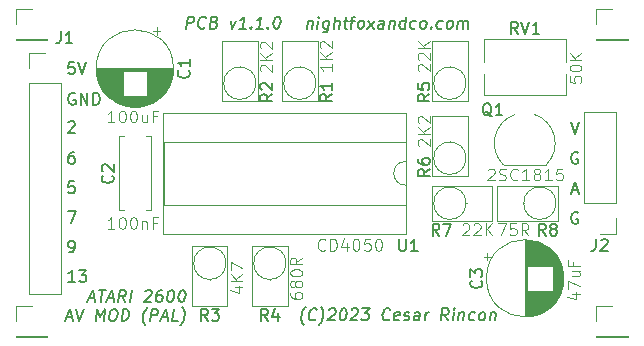
<source format=gbr>
%TF.GenerationSoftware,KiCad,Pcbnew,7.0.6*%
%TF.CreationDate,2023-09-06T23:30:32+02:00*%
%TF.ProjectId,atari_2600_av_mod,61746172-695f-4323-9630-305f61765f6d,1*%
%TF.SameCoordinates,Original*%
%TF.FileFunction,Legend,Top*%
%TF.FilePolarity,Positive*%
%FSLAX46Y46*%
G04 Gerber Fmt 4.6, Leading zero omitted, Abs format (unit mm)*
G04 Created by KiCad (PCBNEW 7.0.6) date 2023-09-06 23:30:32*
%MOMM*%
%LPD*%
G01*
G04 APERTURE LIST*
%ADD10C,0.100000*%
%ADD11C,0.200000*%
%ADD12C,0.150000*%
%ADD13C,0.120000*%
G04 APERTURE END LIST*
D10*
X34029400Y-34091148D02*
X37029400Y-34091148D01*
X37029400Y-39191148D01*
X34029400Y-39191148D01*
X34029400Y-34091148D01*
X31490000Y-16750000D02*
X34490000Y-16750000D01*
X34490000Y-21850000D01*
X31490000Y-21850000D01*
X31490000Y-16750000D01*
X36574294Y-16749160D02*
X39574294Y-16749160D01*
X39574294Y-21849160D01*
X36574294Y-21849160D01*
X36574294Y-16749160D01*
X49270594Y-23104153D02*
X52270594Y-23104153D01*
X52270594Y-28204153D01*
X49270594Y-28204153D01*
X49270594Y-23104153D01*
X28943926Y-34099137D02*
X31943926Y-34099137D01*
X31943926Y-39199137D01*
X28943926Y-39199137D01*
X28943926Y-34099137D01*
X49271706Y-29013277D02*
X54371706Y-29013277D01*
X54371706Y-32013277D01*
X49271706Y-32013277D01*
X49271706Y-29013277D01*
X54789161Y-29013958D02*
X59889161Y-29013958D01*
X59889161Y-32013958D01*
X54789161Y-32013958D01*
X54789161Y-29013958D01*
X49268234Y-16751793D02*
X52268234Y-16751793D01*
X52268234Y-21851793D01*
X49268234Y-21851793D01*
X49268234Y-16751793D01*
X48157657Y-25643734D02*
X48110038Y-25596115D01*
X48110038Y-25596115D02*
X48062419Y-25500877D01*
X48062419Y-25500877D02*
X48062419Y-25262782D01*
X48062419Y-25262782D02*
X48110038Y-25167544D01*
X48110038Y-25167544D02*
X48157657Y-25119925D01*
X48157657Y-25119925D02*
X48252895Y-25072306D01*
X48252895Y-25072306D02*
X48348133Y-25072306D01*
X48348133Y-25072306D02*
X48490990Y-25119925D01*
X48490990Y-25119925D02*
X49062419Y-25691353D01*
X49062419Y-25691353D02*
X49062419Y-25072306D01*
X49062419Y-24643734D02*
X48062419Y-24643734D01*
X49062419Y-24072306D02*
X48490990Y-24500877D01*
X48062419Y-24072306D02*
X48633847Y-24643734D01*
X48157657Y-23691353D02*
X48110038Y-23643734D01*
X48110038Y-23643734D02*
X48062419Y-23548496D01*
X48062419Y-23548496D02*
X48062419Y-23310401D01*
X48062419Y-23310401D02*
X48110038Y-23215163D01*
X48110038Y-23215163D02*
X48157657Y-23167544D01*
X48157657Y-23167544D02*
X48252895Y-23119925D01*
X48252895Y-23119925D02*
X48348133Y-23119925D01*
X48348133Y-23119925D02*
X48490990Y-23167544D01*
X48490990Y-23167544D02*
X49062419Y-23738972D01*
X49062419Y-23738972D02*
X49062419Y-23119925D01*
X40215312Y-34427180D02*
X40167693Y-34474800D01*
X40167693Y-34474800D02*
X40024836Y-34522419D01*
X40024836Y-34522419D02*
X39929598Y-34522419D01*
X39929598Y-34522419D02*
X39786741Y-34474800D01*
X39786741Y-34474800D02*
X39691503Y-34379561D01*
X39691503Y-34379561D02*
X39643884Y-34284323D01*
X39643884Y-34284323D02*
X39596265Y-34093847D01*
X39596265Y-34093847D02*
X39596265Y-33950990D01*
X39596265Y-33950990D02*
X39643884Y-33760514D01*
X39643884Y-33760514D02*
X39691503Y-33665276D01*
X39691503Y-33665276D02*
X39786741Y-33570038D01*
X39786741Y-33570038D02*
X39929598Y-33522419D01*
X39929598Y-33522419D02*
X40024836Y-33522419D01*
X40024836Y-33522419D02*
X40167693Y-33570038D01*
X40167693Y-33570038D02*
X40215312Y-33617657D01*
X40643884Y-34522419D02*
X40643884Y-33522419D01*
X40643884Y-33522419D02*
X40881979Y-33522419D01*
X40881979Y-33522419D02*
X41024836Y-33570038D01*
X41024836Y-33570038D02*
X41120074Y-33665276D01*
X41120074Y-33665276D02*
X41167693Y-33760514D01*
X41167693Y-33760514D02*
X41215312Y-33950990D01*
X41215312Y-33950990D02*
X41215312Y-34093847D01*
X41215312Y-34093847D02*
X41167693Y-34284323D01*
X41167693Y-34284323D02*
X41120074Y-34379561D01*
X41120074Y-34379561D02*
X41024836Y-34474800D01*
X41024836Y-34474800D02*
X40881979Y-34522419D01*
X40881979Y-34522419D02*
X40643884Y-34522419D01*
X42072455Y-33855752D02*
X42072455Y-34522419D01*
X41834360Y-33474800D02*
X41596265Y-34189085D01*
X41596265Y-34189085D02*
X42215312Y-34189085D01*
X42786741Y-33522419D02*
X42881979Y-33522419D01*
X42881979Y-33522419D02*
X42977217Y-33570038D01*
X42977217Y-33570038D02*
X43024836Y-33617657D01*
X43024836Y-33617657D02*
X43072455Y-33712895D01*
X43072455Y-33712895D02*
X43120074Y-33903371D01*
X43120074Y-33903371D02*
X43120074Y-34141466D01*
X43120074Y-34141466D02*
X43072455Y-34331942D01*
X43072455Y-34331942D02*
X43024836Y-34427180D01*
X43024836Y-34427180D02*
X42977217Y-34474800D01*
X42977217Y-34474800D02*
X42881979Y-34522419D01*
X42881979Y-34522419D02*
X42786741Y-34522419D01*
X42786741Y-34522419D02*
X42691503Y-34474800D01*
X42691503Y-34474800D02*
X42643884Y-34427180D01*
X42643884Y-34427180D02*
X42596265Y-34331942D01*
X42596265Y-34331942D02*
X42548646Y-34141466D01*
X42548646Y-34141466D02*
X42548646Y-33903371D01*
X42548646Y-33903371D02*
X42596265Y-33712895D01*
X42596265Y-33712895D02*
X42643884Y-33617657D01*
X42643884Y-33617657D02*
X42691503Y-33570038D01*
X42691503Y-33570038D02*
X42786741Y-33522419D01*
X44024836Y-33522419D02*
X43548646Y-33522419D01*
X43548646Y-33522419D02*
X43501027Y-33998609D01*
X43501027Y-33998609D02*
X43548646Y-33950990D01*
X43548646Y-33950990D02*
X43643884Y-33903371D01*
X43643884Y-33903371D02*
X43881979Y-33903371D01*
X43881979Y-33903371D02*
X43977217Y-33950990D01*
X43977217Y-33950990D02*
X44024836Y-33998609D01*
X44024836Y-33998609D02*
X44072455Y-34093847D01*
X44072455Y-34093847D02*
X44072455Y-34331942D01*
X44072455Y-34331942D02*
X44024836Y-34427180D01*
X44024836Y-34427180D02*
X43977217Y-34474800D01*
X43977217Y-34474800D02*
X43881979Y-34522419D01*
X43881979Y-34522419D02*
X43643884Y-34522419D01*
X43643884Y-34522419D02*
X43548646Y-34474800D01*
X43548646Y-34474800D02*
X43501027Y-34427180D01*
X44691503Y-33522419D02*
X44786741Y-33522419D01*
X44786741Y-33522419D02*
X44881979Y-33570038D01*
X44881979Y-33570038D02*
X44929598Y-33617657D01*
X44929598Y-33617657D02*
X44977217Y-33712895D01*
X44977217Y-33712895D02*
X45024836Y-33903371D01*
X45024836Y-33903371D02*
X45024836Y-34141466D01*
X45024836Y-34141466D02*
X44977217Y-34331942D01*
X44977217Y-34331942D02*
X44929598Y-34427180D01*
X44929598Y-34427180D02*
X44881979Y-34474800D01*
X44881979Y-34474800D02*
X44786741Y-34522419D01*
X44786741Y-34522419D02*
X44691503Y-34522419D01*
X44691503Y-34522419D02*
X44596265Y-34474800D01*
X44596265Y-34474800D02*
X44548646Y-34427180D01*
X44548646Y-34427180D02*
X44501027Y-34331942D01*
X44501027Y-34331942D02*
X44453408Y-34141466D01*
X44453408Y-34141466D02*
X44453408Y-33903371D01*
X44453408Y-33903371D02*
X44501027Y-33712895D01*
X44501027Y-33712895D02*
X44548646Y-33617657D01*
X44548646Y-33617657D02*
X44596265Y-33570038D01*
X44596265Y-33570038D02*
X44691503Y-33522419D01*
X60912419Y-19769925D02*
X60912419Y-20246115D01*
X60912419Y-20246115D02*
X61388609Y-20293734D01*
X61388609Y-20293734D02*
X61340990Y-20246115D01*
X61340990Y-20246115D02*
X61293371Y-20150877D01*
X61293371Y-20150877D02*
X61293371Y-19912782D01*
X61293371Y-19912782D02*
X61340990Y-19817544D01*
X61340990Y-19817544D02*
X61388609Y-19769925D01*
X61388609Y-19769925D02*
X61483847Y-19722306D01*
X61483847Y-19722306D02*
X61721942Y-19722306D01*
X61721942Y-19722306D02*
X61817180Y-19769925D01*
X61817180Y-19769925D02*
X61864800Y-19817544D01*
X61864800Y-19817544D02*
X61912419Y-19912782D01*
X61912419Y-19912782D02*
X61912419Y-20150877D01*
X61912419Y-20150877D02*
X61864800Y-20246115D01*
X61864800Y-20246115D02*
X61817180Y-20293734D01*
X60912419Y-19103258D02*
X60912419Y-19008020D01*
X60912419Y-19008020D02*
X60960038Y-18912782D01*
X60960038Y-18912782D02*
X61007657Y-18865163D01*
X61007657Y-18865163D02*
X61102895Y-18817544D01*
X61102895Y-18817544D02*
X61293371Y-18769925D01*
X61293371Y-18769925D02*
X61531466Y-18769925D01*
X61531466Y-18769925D02*
X61721942Y-18817544D01*
X61721942Y-18817544D02*
X61817180Y-18865163D01*
X61817180Y-18865163D02*
X61864800Y-18912782D01*
X61864800Y-18912782D02*
X61912419Y-19008020D01*
X61912419Y-19008020D02*
X61912419Y-19103258D01*
X61912419Y-19103258D02*
X61864800Y-19198496D01*
X61864800Y-19198496D02*
X61817180Y-19246115D01*
X61817180Y-19246115D02*
X61721942Y-19293734D01*
X61721942Y-19293734D02*
X61531466Y-19341353D01*
X61531466Y-19341353D02*
X61293371Y-19341353D01*
X61293371Y-19341353D02*
X61102895Y-19293734D01*
X61102895Y-19293734D02*
X61007657Y-19246115D01*
X61007657Y-19246115D02*
X60960038Y-19198496D01*
X60960038Y-19198496D02*
X60912419Y-19103258D01*
X61912419Y-18341353D02*
X60912419Y-18341353D01*
X61912419Y-17769925D02*
X61340990Y-18198496D01*
X60912419Y-17769925D02*
X61483847Y-18341353D01*
D11*
X18462054Y-23662457D02*
X18509673Y-23614838D01*
X18509673Y-23614838D02*
X18604911Y-23567219D01*
X18604911Y-23567219D02*
X18843006Y-23567219D01*
X18843006Y-23567219D02*
X18938244Y-23614838D01*
X18938244Y-23614838D02*
X18985863Y-23662457D01*
X18985863Y-23662457D02*
X19033482Y-23757695D01*
X19033482Y-23757695D02*
X19033482Y-23852933D01*
X19033482Y-23852933D02*
X18985863Y-23995790D01*
X18985863Y-23995790D02*
X18414435Y-24567219D01*
X18414435Y-24567219D02*
X19033482Y-24567219D01*
X18938244Y-26167219D02*
X18747768Y-26167219D01*
X18747768Y-26167219D02*
X18652530Y-26214838D01*
X18652530Y-26214838D02*
X18604911Y-26262457D01*
X18604911Y-26262457D02*
X18509673Y-26405314D01*
X18509673Y-26405314D02*
X18462054Y-26595790D01*
X18462054Y-26595790D02*
X18462054Y-26976742D01*
X18462054Y-26976742D02*
X18509673Y-27071980D01*
X18509673Y-27071980D02*
X18557292Y-27119600D01*
X18557292Y-27119600D02*
X18652530Y-27167219D01*
X18652530Y-27167219D02*
X18843006Y-27167219D01*
X18843006Y-27167219D02*
X18938244Y-27119600D01*
X18938244Y-27119600D02*
X18985863Y-27071980D01*
X18985863Y-27071980D02*
X19033482Y-26976742D01*
X19033482Y-26976742D02*
X19033482Y-26738647D01*
X19033482Y-26738647D02*
X18985863Y-26643409D01*
X18985863Y-26643409D02*
X18938244Y-26595790D01*
X18938244Y-26595790D02*
X18843006Y-26548171D01*
X18843006Y-26548171D02*
X18652530Y-26548171D01*
X18652530Y-26548171D02*
X18557292Y-26595790D01*
X18557292Y-26595790D02*
X18509673Y-26643409D01*
X18509673Y-26643409D02*
X18462054Y-26738647D01*
X61599482Y-26219838D02*
X61504244Y-26172219D01*
X61504244Y-26172219D02*
X61361387Y-26172219D01*
X61361387Y-26172219D02*
X61218530Y-26219838D01*
X61218530Y-26219838D02*
X61123292Y-26315076D01*
X61123292Y-26315076D02*
X61075673Y-26410314D01*
X61075673Y-26410314D02*
X61028054Y-26600790D01*
X61028054Y-26600790D02*
X61028054Y-26743647D01*
X61028054Y-26743647D02*
X61075673Y-26934123D01*
X61075673Y-26934123D02*
X61123292Y-27029361D01*
X61123292Y-27029361D02*
X61218530Y-27124600D01*
X61218530Y-27124600D02*
X61361387Y-27172219D01*
X61361387Y-27172219D02*
X61456625Y-27172219D01*
X61456625Y-27172219D02*
X61599482Y-27124600D01*
X61599482Y-27124600D02*
X61647101Y-27076980D01*
X61647101Y-27076980D02*
X61647101Y-26743647D01*
X61647101Y-26743647D02*
X61456625Y-26743647D01*
D10*
X54848646Y-32222419D02*
X55515312Y-32222419D01*
X55515312Y-32222419D02*
X55086741Y-33222419D01*
X56372455Y-32222419D02*
X55896265Y-32222419D01*
X55896265Y-32222419D02*
X55848646Y-32698609D01*
X55848646Y-32698609D02*
X55896265Y-32650990D01*
X55896265Y-32650990D02*
X55991503Y-32603371D01*
X55991503Y-32603371D02*
X56229598Y-32603371D01*
X56229598Y-32603371D02*
X56324836Y-32650990D01*
X56324836Y-32650990D02*
X56372455Y-32698609D01*
X56372455Y-32698609D02*
X56420074Y-32793847D01*
X56420074Y-32793847D02*
X56420074Y-33031942D01*
X56420074Y-33031942D02*
X56372455Y-33127180D01*
X56372455Y-33127180D02*
X56324836Y-33174800D01*
X56324836Y-33174800D02*
X56229598Y-33222419D01*
X56229598Y-33222419D02*
X55991503Y-33222419D01*
X55991503Y-33222419D02*
X55896265Y-33174800D01*
X55896265Y-33174800D02*
X55848646Y-33127180D01*
X57420074Y-33222419D02*
X57086741Y-32746228D01*
X56848646Y-33222419D02*
X56848646Y-32222419D01*
X56848646Y-32222419D02*
X57229598Y-32222419D01*
X57229598Y-32222419D02*
X57324836Y-32270038D01*
X57324836Y-32270038D02*
X57372455Y-32317657D01*
X57372455Y-32317657D02*
X57420074Y-32412895D01*
X57420074Y-32412895D02*
X57420074Y-32555752D01*
X57420074Y-32555752D02*
X57372455Y-32650990D01*
X57372455Y-32650990D02*
X57324836Y-32698609D01*
X57324836Y-32698609D02*
X57229598Y-32746228D01*
X57229598Y-32746228D02*
X56848646Y-32746228D01*
D11*
X61059816Y-23632219D02*
X61393149Y-24632219D01*
X61393149Y-24632219D02*
X61726482Y-23632219D01*
X18985863Y-28667219D02*
X18509673Y-28667219D01*
X18509673Y-28667219D02*
X18462054Y-29143409D01*
X18462054Y-29143409D02*
X18509673Y-29095790D01*
X18509673Y-29095790D02*
X18604911Y-29048171D01*
X18604911Y-29048171D02*
X18843006Y-29048171D01*
X18843006Y-29048171D02*
X18938244Y-29095790D01*
X18938244Y-29095790D02*
X18985863Y-29143409D01*
X18985863Y-29143409D02*
X19033482Y-29238647D01*
X19033482Y-29238647D02*
X19033482Y-29476742D01*
X19033482Y-29476742D02*
X18985863Y-29571980D01*
X18985863Y-29571980D02*
X18938244Y-29619600D01*
X18938244Y-29619600D02*
X18843006Y-29667219D01*
X18843006Y-29667219D02*
X18604911Y-29667219D01*
X18604911Y-29667219D02*
X18509673Y-29619600D01*
X18509673Y-29619600D02*
X18462054Y-29571980D01*
X18414435Y-31167219D02*
X19081101Y-31167219D01*
X19081101Y-31167219D02*
X18652530Y-32167219D01*
D10*
X61095752Y-38167544D02*
X61762419Y-38167544D01*
X60714800Y-38405639D02*
X61429085Y-38643734D01*
X61429085Y-38643734D02*
X61429085Y-38024687D01*
X60762419Y-37738972D02*
X60762419Y-37072306D01*
X60762419Y-37072306D02*
X61762419Y-37500877D01*
X61095752Y-36262782D02*
X61762419Y-36262782D01*
X61095752Y-36691353D02*
X61619561Y-36691353D01*
X61619561Y-36691353D02*
X61714800Y-36643734D01*
X61714800Y-36643734D02*
X61762419Y-36548496D01*
X61762419Y-36548496D02*
X61762419Y-36405639D01*
X61762419Y-36405639D02*
X61714800Y-36310401D01*
X61714800Y-36310401D02*
X61667180Y-36262782D01*
X61238609Y-35453258D02*
X61238609Y-35786591D01*
X61762419Y-35786591D02*
X60762419Y-35786591D01*
X60762419Y-35786591D02*
X60762419Y-35310401D01*
X48157657Y-19293734D02*
X48110038Y-19246115D01*
X48110038Y-19246115D02*
X48062419Y-19150877D01*
X48062419Y-19150877D02*
X48062419Y-18912782D01*
X48062419Y-18912782D02*
X48110038Y-18817544D01*
X48110038Y-18817544D02*
X48157657Y-18769925D01*
X48157657Y-18769925D02*
X48252895Y-18722306D01*
X48252895Y-18722306D02*
X48348133Y-18722306D01*
X48348133Y-18722306D02*
X48490990Y-18769925D01*
X48490990Y-18769925D02*
X49062419Y-19341353D01*
X49062419Y-19341353D02*
X49062419Y-18722306D01*
X48157657Y-18341353D02*
X48110038Y-18293734D01*
X48110038Y-18293734D02*
X48062419Y-18198496D01*
X48062419Y-18198496D02*
X48062419Y-17960401D01*
X48062419Y-17960401D02*
X48110038Y-17865163D01*
X48110038Y-17865163D02*
X48157657Y-17817544D01*
X48157657Y-17817544D02*
X48252895Y-17769925D01*
X48252895Y-17769925D02*
X48348133Y-17769925D01*
X48348133Y-17769925D02*
X48490990Y-17817544D01*
X48490990Y-17817544D02*
X49062419Y-18388972D01*
X49062419Y-18388972D02*
X49062419Y-17769925D01*
X49062419Y-17341353D02*
X48062419Y-17341353D01*
X49062419Y-16769925D02*
X48490990Y-17198496D01*
X48062419Y-16769925D02*
X48633847Y-17341353D01*
X37262419Y-38117544D02*
X37262419Y-38308020D01*
X37262419Y-38308020D02*
X37310038Y-38403258D01*
X37310038Y-38403258D02*
X37357657Y-38450877D01*
X37357657Y-38450877D02*
X37500514Y-38546115D01*
X37500514Y-38546115D02*
X37690990Y-38593734D01*
X37690990Y-38593734D02*
X38071942Y-38593734D01*
X38071942Y-38593734D02*
X38167180Y-38546115D01*
X38167180Y-38546115D02*
X38214800Y-38498496D01*
X38214800Y-38498496D02*
X38262419Y-38403258D01*
X38262419Y-38403258D02*
X38262419Y-38212782D01*
X38262419Y-38212782D02*
X38214800Y-38117544D01*
X38214800Y-38117544D02*
X38167180Y-38069925D01*
X38167180Y-38069925D02*
X38071942Y-38022306D01*
X38071942Y-38022306D02*
X37833847Y-38022306D01*
X37833847Y-38022306D02*
X37738609Y-38069925D01*
X37738609Y-38069925D02*
X37690990Y-38117544D01*
X37690990Y-38117544D02*
X37643371Y-38212782D01*
X37643371Y-38212782D02*
X37643371Y-38403258D01*
X37643371Y-38403258D02*
X37690990Y-38498496D01*
X37690990Y-38498496D02*
X37738609Y-38546115D01*
X37738609Y-38546115D02*
X37833847Y-38593734D01*
X37690990Y-37450877D02*
X37643371Y-37546115D01*
X37643371Y-37546115D02*
X37595752Y-37593734D01*
X37595752Y-37593734D02*
X37500514Y-37641353D01*
X37500514Y-37641353D02*
X37452895Y-37641353D01*
X37452895Y-37641353D02*
X37357657Y-37593734D01*
X37357657Y-37593734D02*
X37310038Y-37546115D01*
X37310038Y-37546115D02*
X37262419Y-37450877D01*
X37262419Y-37450877D02*
X37262419Y-37260401D01*
X37262419Y-37260401D02*
X37310038Y-37165163D01*
X37310038Y-37165163D02*
X37357657Y-37117544D01*
X37357657Y-37117544D02*
X37452895Y-37069925D01*
X37452895Y-37069925D02*
X37500514Y-37069925D01*
X37500514Y-37069925D02*
X37595752Y-37117544D01*
X37595752Y-37117544D02*
X37643371Y-37165163D01*
X37643371Y-37165163D02*
X37690990Y-37260401D01*
X37690990Y-37260401D02*
X37690990Y-37450877D01*
X37690990Y-37450877D02*
X37738609Y-37546115D01*
X37738609Y-37546115D02*
X37786228Y-37593734D01*
X37786228Y-37593734D02*
X37881466Y-37641353D01*
X37881466Y-37641353D02*
X38071942Y-37641353D01*
X38071942Y-37641353D02*
X38167180Y-37593734D01*
X38167180Y-37593734D02*
X38214800Y-37546115D01*
X38214800Y-37546115D02*
X38262419Y-37450877D01*
X38262419Y-37450877D02*
X38262419Y-37260401D01*
X38262419Y-37260401D02*
X38214800Y-37165163D01*
X38214800Y-37165163D02*
X38167180Y-37117544D01*
X38167180Y-37117544D02*
X38071942Y-37069925D01*
X38071942Y-37069925D02*
X37881466Y-37069925D01*
X37881466Y-37069925D02*
X37786228Y-37117544D01*
X37786228Y-37117544D02*
X37738609Y-37165163D01*
X37738609Y-37165163D02*
X37690990Y-37260401D01*
X37262419Y-36450877D02*
X37262419Y-36355639D01*
X37262419Y-36355639D02*
X37310038Y-36260401D01*
X37310038Y-36260401D02*
X37357657Y-36212782D01*
X37357657Y-36212782D02*
X37452895Y-36165163D01*
X37452895Y-36165163D02*
X37643371Y-36117544D01*
X37643371Y-36117544D02*
X37881466Y-36117544D01*
X37881466Y-36117544D02*
X38071942Y-36165163D01*
X38071942Y-36165163D02*
X38167180Y-36212782D01*
X38167180Y-36212782D02*
X38214800Y-36260401D01*
X38214800Y-36260401D02*
X38262419Y-36355639D01*
X38262419Y-36355639D02*
X38262419Y-36450877D01*
X38262419Y-36450877D02*
X38214800Y-36546115D01*
X38214800Y-36546115D02*
X38167180Y-36593734D01*
X38167180Y-36593734D02*
X38071942Y-36641353D01*
X38071942Y-36641353D02*
X37881466Y-36688972D01*
X37881466Y-36688972D02*
X37643371Y-36688972D01*
X37643371Y-36688972D02*
X37452895Y-36641353D01*
X37452895Y-36641353D02*
X37357657Y-36593734D01*
X37357657Y-36593734D02*
X37310038Y-36546115D01*
X37310038Y-36546115D02*
X37262419Y-36450877D01*
X38262419Y-35117544D02*
X37786228Y-35450877D01*
X38262419Y-35688972D02*
X37262419Y-35688972D01*
X37262419Y-35688972D02*
X37262419Y-35308020D01*
X37262419Y-35308020D02*
X37310038Y-35212782D01*
X37310038Y-35212782D02*
X37357657Y-35165163D01*
X37357657Y-35165163D02*
X37452895Y-35117544D01*
X37452895Y-35117544D02*
X37595752Y-35117544D01*
X37595752Y-35117544D02*
X37690990Y-35165163D01*
X37690990Y-35165163D02*
X37738609Y-35212782D01*
X37738609Y-35212782D02*
X37786228Y-35308020D01*
X37786228Y-35308020D02*
X37786228Y-35688972D01*
D11*
X61599482Y-31299838D02*
X61504244Y-31252219D01*
X61504244Y-31252219D02*
X61361387Y-31252219D01*
X61361387Y-31252219D02*
X61218530Y-31299838D01*
X61218530Y-31299838D02*
X61123292Y-31395076D01*
X61123292Y-31395076D02*
X61075673Y-31490314D01*
X61075673Y-31490314D02*
X61028054Y-31680790D01*
X61028054Y-31680790D02*
X61028054Y-31823647D01*
X61028054Y-31823647D02*
X61075673Y-32014123D01*
X61075673Y-32014123D02*
X61123292Y-32109361D01*
X61123292Y-32109361D02*
X61218530Y-32204600D01*
X61218530Y-32204600D02*
X61361387Y-32252219D01*
X61361387Y-32252219D02*
X61456625Y-32252219D01*
X61456625Y-32252219D02*
X61599482Y-32204600D01*
X61599482Y-32204600D02*
X61647101Y-32156980D01*
X61647101Y-32156980D02*
X61647101Y-31823647D01*
X61647101Y-31823647D02*
X61456625Y-31823647D01*
D10*
X22367693Y-23672419D02*
X21796265Y-23672419D01*
X22081979Y-23672419D02*
X22081979Y-22672419D01*
X22081979Y-22672419D02*
X21986741Y-22815276D01*
X21986741Y-22815276D02*
X21891503Y-22910514D01*
X21891503Y-22910514D02*
X21796265Y-22958133D01*
X22986741Y-22672419D02*
X23081979Y-22672419D01*
X23081979Y-22672419D02*
X23177217Y-22720038D01*
X23177217Y-22720038D02*
X23224836Y-22767657D01*
X23224836Y-22767657D02*
X23272455Y-22862895D01*
X23272455Y-22862895D02*
X23320074Y-23053371D01*
X23320074Y-23053371D02*
X23320074Y-23291466D01*
X23320074Y-23291466D02*
X23272455Y-23481942D01*
X23272455Y-23481942D02*
X23224836Y-23577180D01*
X23224836Y-23577180D02*
X23177217Y-23624800D01*
X23177217Y-23624800D02*
X23081979Y-23672419D01*
X23081979Y-23672419D02*
X22986741Y-23672419D01*
X22986741Y-23672419D02*
X22891503Y-23624800D01*
X22891503Y-23624800D02*
X22843884Y-23577180D01*
X22843884Y-23577180D02*
X22796265Y-23481942D01*
X22796265Y-23481942D02*
X22748646Y-23291466D01*
X22748646Y-23291466D02*
X22748646Y-23053371D01*
X22748646Y-23053371D02*
X22796265Y-22862895D01*
X22796265Y-22862895D02*
X22843884Y-22767657D01*
X22843884Y-22767657D02*
X22891503Y-22720038D01*
X22891503Y-22720038D02*
X22986741Y-22672419D01*
X23939122Y-22672419D02*
X24034360Y-22672419D01*
X24034360Y-22672419D02*
X24129598Y-22720038D01*
X24129598Y-22720038D02*
X24177217Y-22767657D01*
X24177217Y-22767657D02*
X24224836Y-22862895D01*
X24224836Y-22862895D02*
X24272455Y-23053371D01*
X24272455Y-23053371D02*
X24272455Y-23291466D01*
X24272455Y-23291466D02*
X24224836Y-23481942D01*
X24224836Y-23481942D02*
X24177217Y-23577180D01*
X24177217Y-23577180D02*
X24129598Y-23624800D01*
X24129598Y-23624800D02*
X24034360Y-23672419D01*
X24034360Y-23672419D02*
X23939122Y-23672419D01*
X23939122Y-23672419D02*
X23843884Y-23624800D01*
X23843884Y-23624800D02*
X23796265Y-23577180D01*
X23796265Y-23577180D02*
X23748646Y-23481942D01*
X23748646Y-23481942D02*
X23701027Y-23291466D01*
X23701027Y-23291466D02*
X23701027Y-23053371D01*
X23701027Y-23053371D02*
X23748646Y-22862895D01*
X23748646Y-22862895D02*
X23796265Y-22767657D01*
X23796265Y-22767657D02*
X23843884Y-22720038D01*
X23843884Y-22720038D02*
X23939122Y-22672419D01*
X25129598Y-23005752D02*
X25129598Y-23672419D01*
X24701027Y-23005752D02*
X24701027Y-23529561D01*
X24701027Y-23529561D02*
X24748646Y-23624800D01*
X24748646Y-23624800D02*
X24843884Y-23672419D01*
X24843884Y-23672419D02*
X24986741Y-23672419D01*
X24986741Y-23672419D02*
X25081979Y-23624800D01*
X25081979Y-23624800D02*
X25129598Y-23577180D01*
X25939122Y-23148609D02*
X25605789Y-23148609D01*
X25605789Y-23672419D02*
X25605789Y-22672419D01*
X25605789Y-22672419D02*
X26081979Y-22672419D01*
X40762419Y-18722306D02*
X40762419Y-19293734D01*
X40762419Y-19008020D02*
X39762419Y-19008020D01*
X39762419Y-19008020D02*
X39905276Y-19103258D01*
X39905276Y-19103258D02*
X40000514Y-19198496D01*
X40000514Y-19198496D02*
X40048133Y-19293734D01*
X40762419Y-18293734D02*
X39762419Y-18293734D01*
X40762419Y-17722306D02*
X40190990Y-18150877D01*
X39762419Y-17722306D02*
X40333847Y-18293734D01*
X39857657Y-17341353D02*
X39810038Y-17293734D01*
X39810038Y-17293734D02*
X39762419Y-17198496D01*
X39762419Y-17198496D02*
X39762419Y-16960401D01*
X39762419Y-16960401D02*
X39810038Y-16865163D01*
X39810038Y-16865163D02*
X39857657Y-16817544D01*
X39857657Y-16817544D02*
X39952895Y-16769925D01*
X39952895Y-16769925D02*
X40048133Y-16769925D01*
X40048133Y-16769925D02*
X40190990Y-16817544D01*
X40190990Y-16817544D02*
X40762419Y-17388972D01*
X40762419Y-17388972D02*
X40762419Y-16769925D01*
D11*
X19033482Y-37167219D02*
X18462054Y-37167219D01*
X18747768Y-37167219D02*
X18747768Y-36167219D01*
X18747768Y-36167219D02*
X18652530Y-36310076D01*
X18652530Y-36310076D02*
X18557292Y-36405314D01*
X18557292Y-36405314D02*
X18462054Y-36452933D01*
X19366816Y-36167219D02*
X19985863Y-36167219D01*
X19985863Y-36167219D02*
X19652530Y-36548171D01*
X19652530Y-36548171D02*
X19795387Y-36548171D01*
X19795387Y-36548171D02*
X19890625Y-36595790D01*
X19890625Y-36595790D02*
X19938244Y-36643409D01*
X19938244Y-36643409D02*
X19985863Y-36738647D01*
X19985863Y-36738647D02*
X19985863Y-36976742D01*
X19985863Y-36976742D02*
X19938244Y-37071980D01*
X19938244Y-37071980D02*
X19890625Y-37119600D01*
X19890625Y-37119600D02*
X19795387Y-37167219D01*
X19795387Y-37167219D02*
X19509673Y-37167219D01*
X19509673Y-37167219D02*
X19414435Y-37119600D01*
X19414435Y-37119600D02*
X19366816Y-37071980D01*
X18557292Y-34667219D02*
X18747768Y-34667219D01*
X18747768Y-34667219D02*
X18843006Y-34619600D01*
X18843006Y-34619600D02*
X18890625Y-34571980D01*
X18890625Y-34571980D02*
X18985863Y-34429123D01*
X18985863Y-34429123D02*
X19033482Y-34238647D01*
X19033482Y-34238647D02*
X19033482Y-33857695D01*
X19033482Y-33857695D02*
X18985863Y-33762457D01*
X18985863Y-33762457D02*
X18938244Y-33714838D01*
X18938244Y-33714838D02*
X18843006Y-33667219D01*
X18843006Y-33667219D02*
X18652530Y-33667219D01*
X18652530Y-33667219D02*
X18557292Y-33714838D01*
X18557292Y-33714838D02*
X18509673Y-33762457D01*
X18509673Y-33762457D02*
X18462054Y-33857695D01*
X18462054Y-33857695D02*
X18462054Y-34095790D01*
X18462054Y-34095790D02*
X18509673Y-34191028D01*
X18509673Y-34191028D02*
X18557292Y-34238647D01*
X18557292Y-34238647D02*
X18652530Y-34286266D01*
X18652530Y-34286266D02*
X18843006Y-34286266D01*
X18843006Y-34286266D02*
X18938244Y-34238647D01*
X18938244Y-34238647D02*
X18985863Y-34191028D01*
X18985863Y-34191028D02*
X19033482Y-34095790D01*
X28453720Y-15717219D02*
X28578720Y-14717219D01*
X28578720Y-14717219D02*
X28959673Y-14717219D01*
X28959673Y-14717219D02*
X29048958Y-14764838D01*
X29048958Y-14764838D02*
X29090625Y-14812457D01*
X29090625Y-14812457D02*
X29126339Y-14907695D01*
X29126339Y-14907695D02*
X29108482Y-15050552D01*
X29108482Y-15050552D02*
X29048958Y-15145790D01*
X29048958Y-15145790D02*
X28995387Y-15193409D01*
X28995387Y-15193409D02*
X28894197Y-15241028D01*
X28894197Y-15241028D02*
X28513244Y-15241028D01*
X30037054Y-15621980D02*
X29983482Y-15669600D01*
X29983482Y-15669600D02*
X29834673Y-15717219D01*
X29834673Y-15717219D02*
X29739435Y-15717219D01*
X29739435Y-15717219D02*
X29602530Y-15669600D01*
X29602530Y-15669600D02*
X29519197Y-15574361D01*
X29519197Y-15574361D02*
X29483482Y-15479123D01*
X29483482Y-15479123D02*
X29459673Y-15288647D01*
X29459673Y-15288647D02*
X29477530Y-15145790D01*
X29477530Y-15145790D02*
X29548958Y-14955314D01*
X29548958Y-14955314D02*
X29608482Y-14860076D01*
X29608482Y-14860076D02*
X29715625Y-14764838D01*
X29715625Y-14764838D02*
X29864435Y-14717219D01*
X29864435Y-14717219D02*
X29959673Y-14717219D01*
X29959673Y-14717219D02*
X30096578Y-14764838D01*
X30096578Y-14764838D02*
X30138244Y-14812457D01*
X30852530Y-15193409D02*
X30989435Y-15241028D01*
X30989435Y-15241028D02*
X31031101Y-15288647D01*
X31031101Y-15288647D02*
X31066816Y-15383885D01*
X31066816Y-15383885D02*
X31048958Y-15526742D01*
X31048958Y-15526742D02*
X30989435Y-15621980D01*
X30989435Y-15621980D02*
X30935863Y-15669600D01*
X30935863Y-15669600D02*
X30834673Y-15717219D01*
X30834673Y-15717219D02*
X30453720Y-15717219D01*
X30453720Y-15717219D02*
X30578720Y-14717219D01*
X30578720Y-14717219D02*
X30912054Y-14717219D01*
X30912054Y-14717219D02*
X31001339Y-14764838D01*
X31001339Y-14764838D02*
X31043006Y-14812457D01*
X31043006Y-14812457D02*
X31078720Y-14907695D01*
X31078720Y-14907695D02*
X31066816Y-15002933D01*
X31066816Y-15002933D02*
X31007292Y-15098171D01*
X31007292Y-15098171D02*
X30953720Y-15145790D01*
X30953720Y-15145790D02*
X30852530Y-15193409D01*
X30852530Y-15193409D02*
X30519197Y-15193409D01*
X32203721Y-15050552D02*
X32358483Y-15717219D01*
X32358483Y-15717219D02*
X32679911Y-15050552D01*
X33501340Y-15717219D02*
X32929911Y-15717219D01*
X33215626Y-15717219D02*
X33340626Y-14717219D01*
X33340626Y-14717219D02*
X33227530Y-14860076D01*
X33227530Y-14860076D02*
X33120388Y-14955314D01*
X33120388Y-14955314D02*
X33019197Y-15002933D01*
X33941816Y-15621980D02*
X33983483Y-15669600D01*
X33983483Y-15669600D02*
X33929911Y-15717219D01*
X33929911Y-15717219D02*
X33888245Y-15669600D01*
X33888245Y-15669600D02*
X33941816Y-15621980D01*
X33941816Y-15621980D02*
X33929911Y-15717219D01*
X34929911Y-15717219D02*
X34358482Y-15717219D01*
X34644197Y-15717219D02*
X34769197Y-14717219D01*
X34769197Y-14717219D02*
X34656101Y-14860076D01*
X34656101Y-14860076D02*
X34548959Y-14955314D01*
X34548959Y-14955314D02*
X34447768Y-15002933D01*
X35370387Y-15621980D02*
X35412054Y-15669600D01*
X35412054Y-15669600D02*
X35358482Y-15717219D01*
X35358482Y-15717219D02*
X35316816Y-15669600D01*
X35316816Y-15669600D02*
X35370387Y-15621980D01*
X35370387Y-15621980D02*
X35358482Y-15717219D01*
X36150149Y-14717219D02*
X36245387Y-14717219D01*
X36245387Y-14717219D02*
X36334672Y-14764838D01*
X36334672Y-14764838D02*
X36376339Y-14812457D01*
X36376339Y-14812457D02*
X36412053Y-14907695D01*
X36412053Y-14907695D02*
X36435863Y-15098171D01*
X36435863Y-15098171D02*
X36406101Y-15336266D01*
X36406101Y-15336266D02*
X36334672Y-15526742D01*
X36334672Y-15526742D02*
X36275149Y-15621980D01*
X36275149Y-15621980D02*
X36221577Y-15669600D01*
X36221577Y-15669600D02*
X36120387Y-15717219D01*
X36120387Y-15717219D02*
X36025149Y-15717219D01*
X36025149Y-15717219D02*
X35935863Y-15669600D01*
X35935863Y-15669600D02*
X35894196Y-15621980D01*
X35894196Y-15621980D02*
X35858482Y-15526742D01*
X35858482Y-15526742D02*
X35834672Y-15336266D01*
X35834672Y-15336266D02*
X35864434Y-15098171D01*
X35864434Y-15098171D02*
X35935863Y-14907695D01*
X35935863Y-14907695D02*
X35995387Y-14812457D01*
X35995387Y-14812457D02*
X36048958Y-14764838D01*
X36048958Y-14764838D02*
X36150149Y-14717219D01*
X18985863Y-18567219D02*
X18509673Y-18567219D01*
X18509673Y-18567219D02*
X18462054Y-19043409D01*
X18462054Y-19043409D02*
X18509673Y-18995790D01*
X18509673Y-18995790D02*
X18604911Y-18948171D01*
X18604911Y-18948171D02*
X18843006Y-18948171D01*
X18843006Y-18948171D02*
X18938244Y-18995790D01*
X18938244Y-18995790D02*
X18985863Y-19043409D01*
X18985863Y-19043409D02*
X19033482Y-19138647D01*
X19033482Y-19138647D02*
X19033482Y-19376742D01*
X19033482Y-19376742D02*
X18985863Y-19471980D01*
X18985863Y-19471980D02*
X18938244Y-19519600D01*
X18938244Y-19519600D02*
X18843006Y-19567219D01*
X18843006Y-19567219D02*
X18604911Y-19567219D01*
X18604911Y-19567219D02*
X18509673Y-19519600D01*
X18509673Y-19519600D02*
X18462054Y-19471980D01*
X19319197Y-18567219D02*
X19652530Y-19567219D01*
X19652530Y-19567219D02*
X19985863Y-18567219D01*
X38737054Y-15050552D02*
X38653720Y-15717219D01*
X38725149Y-15145790D02*
X38778720Y-15098171D01*
X38778720Y-15098171D02*
X38879911Y-15050552D01*
X38879911Y-15050552D02*
X39022768Y-15050552D01*
X39022768Y-15050552D02*
X39112054Y-15098171D01*
X39112054Y-15098171D02*
X39147768Y-15193409D01*
X39147768Y-15193409D02*
X39082292Y-15717219D01*
X39558482Y-15717219D02*
X39641816Y-15050552D01*
X39683482Y-14717219D02*
X39629911Y-14764838D01*
X39629911Y-14764838D02*
X39671578Y-14812457D01*
X39671578Y-14812457D02*
X39725149Y-14764838D01*
X39725149Y-14764838D02*
X39683482Y-14717219D01*
X39683482Y-14717219D02*
X39671578Y-14812457D01*
X40546577Y-15050552D02*
X40445387Y-15860076D01*
X40445387Y-15860076D02*
X40385863Y-15955314D01*
X40385863Y-15955314D02*
X40332291Y-16002933D01*
X40332291Y-16002933D02*
X40231101Y-16050552D01*
X40231101Y-16050552D02*
X40088244Y-16050552D01*
X40088244Y-16050552D02*
X39998958Y-16002933D01*
X40469196Y-15669600D02*
X40368006Y-15717219D01*
X40368006Y-15717219D02*
X40177530Y-15717219D01*
X40177530Y-15717219D02*
X40088244Y-15669600D01*
X40088244Y-15669600D02*
X40046577Y-15621980D01*
X40046577Y-15621980D02*
X40010863Y-15526742D01*
X40010863Y-15526742D02*
X40046577Y-15241028D01*
X40046577Y-15241028D02*
X40106101Y-15145790D01*
X40106101Y-15145790D02*
X40159672Y-15098171D01*
X40159672Y-15098171D02*
X40260863Y-15050552D01*
X40260863Y-15050552D02*
X40451339Y-15050552D01*
X40451339Y-15050552D02*
X40540625Y-15098171D01*
X40939434Y-15717219D02*
X41064434Y-14717219D01*
X41368006Y-15717219D02*
X41433482Y-15193409D01*
X41433482Y-15193409D02*
X41397768Y-15098171D01*
X41397768Y-15098171D02*
X41308482Y-15050552D01*
X41308482Y-15050552D02*
X41165625Y-15050552D01*
X41165625Y-15050552D02*
X41064434Y-15098171D01*
X41064434Y-15098171D02*
X41010863Y-15145790D01*
X41784673Y-15050552D02*
X42165625Y-15050552D01*
X41969196Y-14717219D02*
X41862054Y-15574361D01*
X41862054Y-15574361D02*
X41897768Y-15669600D01*
X41897768Y-15669600D02*
X41987054Y-15717219D01*
X41987054Y-15717219D02*
X42082292Y-15717219D01*
X42356102Y-15050552D02*
X42737054Y-15050552D01*
X42415625Y-15717219D02*
X42522768Y-14860076D01*
X42522768Y-14860076D02*
X42582292Y-14764838D01*
X42582292Y-14764838D02*
X42683483Y-14717219D01*
X42683483Y-14717219D02*
X42778721Y-14717219D01*
X43129912Y-15717219D02*
X43040626Y-15669600D01*
X43040626Y-15669600D02*
X42998959Y-15621980D01*
X42998959Y-15621980D02*
X42963245Y-15526742D01*
X42963245Y-15526742D02*
X42998959Y-15241028D01*
X42998959Y-15241028D02*
X43058483Y-15145790D01*
X43058483Y-15145790D02*
X43112054Y-15098171D01*
X43112054Y-15098171D02*
X43213245Y-15050552D01*
X43213245Y-15050552D02*
X43356102Y-15050552D01*
X43356102Y-15050552D02*
X43445388Y-15098171D01*
X43445388Y-15098171D02*
X43487054Y-15145790D01*
X43487054Y-15145790D02*
X43522769Y-15241028D01*
X43522769Y-15241028D02*
X43487054Y-15526742D01*
X43487054Y-15526742D02*
X43427531Y-15621980D01*
X43427531Y-15621980D02*
X43373959Y-15669600D01*
X43373959Y-15669600D02*
X43272769Y-15717219D01*
X43272769Y-15717219D02*
X43129912Y-15717219D01*
X43796578Y-15717219D02*
X44403721Y-15050552D01*
X43879912Y-15050552D02*
X44320388Y-15717219D01*
X45129912Y-15717219D02*
X45195388Y-15193409D01*
X45195388Y-15193409D02*
X45159674Y-15098171D01*
X45159674Y-15098171D02*
X45070388Y-15050552D01*
X45070388Y-15050552D02*
X44879912Y-15050552D01*
X44879912Y-15050552D02*
X44778721Y-15098171D01*
X45135864Y-15669600D02*
X45034674Y-15717219D01*
X45034674Y-15717219D02*
X44796578Y-15717219D01*
X44796578Y-15717219D02*
X44707293Y-15669600D01*
X44707293Y-15669600D02*
X44671578Y-15574361D01*
X44671578Y-15574361D02*
X44683483Y-15479123D01*
X44683483Y-15479123D02*
X44743007Y-15383885D01*
X44743007Y-15383885D02*
X44844198Y-15336266D01*
X44844198Y-15336266D02*
X45082293Y-15336266D01*
X45082293Y-15336266D02*
X45183483Y-15288647D01*
X45689436Y-15050552D02*
X45606102Y-15717219D01*
X45677531Y-15145790D02*
X45731102Y-15098171D01*
X45731102Y-15098171D02*
X45832293Y-15050552D01*
X45832293Y-15050552D02*
X45975150Y-15050552D01*
X45975150Y-15050552D02*
X46064436Y-15098171D01*
X46064436Y-15098171D02*
X46100150Y-15193409D01*
X46100150Y-15193409D02*
X46034674Y-15717219D01*
X46939436Y-15717219D02*
X47064436Y-14717219D01*
X46945388Y-15669600D02*
X46844198Y-15717219D01*
X46844198Y-15717219D02*
X46653722Y-15717219D01*
X46653722Y-15717219D02*
X46564436Y-15669600D01*
X46564436Y-15669600D02*
X46522769Y-15621980D01*
X46522769Y-15621980D02*
X46487055Y-15526742D01*
X46487055Y-15526742D02*
X46522769Y-15241028D01*
X46522769Y-15241028D02*
X46582293Y-15145790D01*
X46582293Y-15145790D02*
X46635864Y-15098171D01*
X46635864Y-15098171D02*
X46737055Y-15050552D01*
X46737055Y-15050552D02*
X46927531Y-15050552D01*
X46927531Y-15050552D02*
X47016817Y-15098171D01*
X47850150Y-15669600D02*
X47748960Y-15717219D01*
X47748960Y-15717219D02*
X47558484Y-15717219D01*
X47558484Y-15717219D02*
X47469198Y-15669600D01*
X47469198Y-15669600D02*
X47427531Y-15621980D01*
X47427531Y-15621980D02*
X47391817Y-15526742D01*
X47391817Y-15526742D02*
X47427531Y-15241028D01*
X47427531Y-15241028D02*
X47487055Y-15145790D01*
X47487055Y-15145790D02*
X47540626Y-15098171D01*
X47540626Y-15098171D02*
X47641817Y-15050552D01*
X47641817Y-15050552D02*
X47832293Y-15050552D01*
X47832293Y-15050552D02*
X47921579Y-15098171D01*
X48415627Y-15717219D02*
X48326341Y-15669600D01*
X48326341Y-15669600D02*
X48284674Y-15621980D01*
X48284674Y-15621980D02*
X48248960Y-15526742D01*
X48248960Y-15526742D02*
X48284674Y-15241028D01*
X48284674Y-15241028D02*
X48344198Y-15145790D01*
X48344198Y-15145790D02*
X48397769Y-15098171D01*
X48397769Y-15098171D02*
X48498960Y-15050552D01*
X48498960Y-15050552D02*
X48641817Y-15050552D01*
X48641817Y-15050552D02*
X48731103Y-15098171D01*
X48731103Y-15098171D02*
X48772769Y-15145790D01*
X48772769Y-15145790D02*
X48808484Y-15241028D01*
X48808484Y-15241028D02*
X48772769Y-15526742D01*
X48772769Y-15526742D02*
X48713246Y-15621980D01*
X48713246Y-15621980D02*
X48659674Y-15669600D01*
X48659674Y-15669600D02*
X48558484Y-15717219D01*
X48558484Y-15717219D02*
X48415627Y-15717219D01*
X49189436Y-15621980D02*
X49231103Y-15669600D01*
X49231103Y-15669600D02*
X49177531Y-15717219D01*
X49177531Y-15717219D02*
X49135865Y-15669600D01*
X49135865Y-15669600D02*
X49189436Y-15621980D01*
X49189436Y-15621980D02*
X49177531Y-15717219D01*
X50088245Y-15669600D02*
X49987055Y-15717219D01*
X49987055Y-15717219D02*
X49796579Y-15717219D01*
X49796579Y-15717219D02*
X49707293Y-15669600D01*
X49707293Y-15669600D02*
X49665626Y-15621980D01*
X49665626Y-15621980D02*
X49629912Y-15526742D01*
X49629912Y-15526742D02*
X49665626Y-15241028D01*
X49665626Y-15241028D02*
X49725150Y-15145790D01*
X49725150Y-15145790D02*
X49778721Y-15098171D01*
X49778721Y-15098171D02*
X49879912Y-15050552D01*
X49879912Y-15050552D02*
X50070388Y-15050552D01*
X50070388Y-15050552D02*
X50159674Y-15098171D01*
X50653722Y-15717219D02*
X50564436Y-15669600D01*
X50564436Y-15669600D02*
X50522769Y-15621980D01*
X50522769Y-15621980D02*
X50487055Y-15526742D01*
X50487055Y-15526742D02*
X50522769Y-15241028D01*
X50522769Y-15241028D02*
X50582293Y-15145790D01*
X50582293Y-15145790D02*
X50635864Y-15098171D01*
X50635864Y-15098171D02*
X50737055Y-15050552D01*
X50737055Y-15050552D02*
X50879912Y-15050552D01*
X50879912Y-15050552D02*
X50969198Y-15098171D01*
X50969198Y-15098171D02*
X51010864Y-15145790D01*
X51010864Y-15145790D02*
X51046579Y-15241028D01*
X51046579Y-15241028D02*
X51010864Y-15526742D01*
X51010864Y-15526742D02*
X50951341Y-15621980D01*
X50951341Y-15621980D02*
X50897769Y-15669600D01*
X50897769Y-15669600D02*
X50796579Y-15717219D01*
X50796579Y-15717219D02*
X50653722Y-15717219D01*
X51415626Y-15717219D02*
X51498960Y-15050552D01*
X51487055Y-15145790D02*
X51540626Y-15098171D01*
X51540626Y-15098171D02*
X51641817Y-15050552D01*
X51641817Y-15050552D02*
X51784674Y-15050552D01*
X51784674Y-15050552D02*
X51873960Y-15098171D01*
X51873960Y-15098171D02*
X51909674Y-15193409D01*
X51909674Y-15193409D02*
X51844198Y-15717219D01*
X51909674Y-15193409D02*
X51969198Y-15098171D01*
X51969198Y-15098171D02*
X52070388Y-15050552D01*
X52070388Y-15050552D02*
X52213245Y-15050552D01*
X52213245Y-15050552D02*
X52302531Y-15098171D01*
X52302531Y-15098171D02*
X52338245Y-15193409D01*
X52338245Y-15193409D02*
X52272769Y-15717219D01*
X61155054Y-29426504D02*
X61631244Y-29426504D01*
X61059816Y-29712219D02*
X61393149Y-28712219D01*
X61393149Y-28712219D02*
X61726482Y-29712219D01*
X38391816Y-40798171D02*
X38350149Y-40750552D01*
X38350149Y-40750552D02*
X38272768Y-40607695D01*
X38272768Y-40607695D02*
X38237054Y-40512457D01*
X38237054Y-40512457D02*
X38207292Y-40369600D01*
X38207292Y-40369600D02*
X38189435Y-40131504D01*
X38189435Y-40131504D02*
X38213244Y-39941028D01*
X38213244Y-39941028D02*
X38290625Y-39702933D01*
X38290625Y-39702933D02*
X38356101Y-39560076D01*
X38356101Y-39560076D02*
X38415625Y-39464838D01*
X38415625Y-39464838D02*
X38528720Y-39321980D01*
X38528720Y-39321980D02*
X38582292Y-39274361D01*
X39403721Y-40321980D02*
X39350149Y-40369600D01*
X39350149Y-40369600D02*
X39201340Y-40417219D01*
X39201340Y-40417219D02*
X39106102Y-40417219D01*
X39106102Y-40417219D02*
X38969197Y-40369600D01*
X38969197Y-40369600D02*
X38885864Y-40274361D01*
X38885864Y-40274361D02*
X38850149Y-40179123D01*
X38850149Y-40179123D02*
X38826340Y-39988647D01*
X38826340Y-39988647D02*
X38844197Y-39845790D01*
X38844197Y-39845790D02*
X38915625Y-39655314D01*
X38915625Y-39655314D02*
X38975149Y-39560076D01*
X38975149Y-39560076D02*
X39082292Y-39464838D01*
X39082292Y-39464838D02*
X39231102Y-39417219D01*
X39231102Y-39417219D02*
X39326340Y-39417219D01*
X39326340Y-39417219D02*
X39463245Y-39464838D01*
X39463245Y-39464838D02*
X39504911Y-39512457D01*
X39677530Y-40798171D02*
X39731102Y-40750552D01*
X39731102Y-40750552D02*
X39844197Y-40607695D01*
X39844197Y-40607695D02*
X39903721Y-40512457D01*
X39903721Y-40512457D02*
X39969197Y-40369600D01*
X39969197Y-40369600D02*
X40046578Y-40131504D01*
X40046578Y-40131504D02*
X40070387Y-39941028D01*
X40070387Y-39941028D02*
X40052530Y-39702933D01*
X40052530Y-39702933D02*
X40022768Y-39560076D01*
X40022768Y-39560076D02*
X39987054Y-39464838D01*
X39987054Y-39464838D02*
X39909673Y-39321980D01*
X39909673Y-39321980D02*
X39868006Y-39274361D01*
X40552531Y-39512457D02*
X40606102Y-39464838D01*
X40606102Y-39464838D02*
X40707292Y-39417219D01*
X40707292Y-39417219D02*
X40945388Y-39417219D01*
X40945388Y-39417219D02*
X41034673Y-39464838D01*
X41034673Y-39464838D02*
X41076340Y-39512457D01*
X41076340Y-39512457D02*
X41112054Y-39607695D01*
X41112054Y-39607695D02*
X41100150Y-39702933D01*
X41100150Y-39702933D02*
X41034673Y-39845790D01*
X41034673Y-39845790D02*
X40391816Y-40417219D01*
X40391816Y-40417219D02*
X41010864Y-40417219D01*
X41754912Y-39417219D02*
X41850150Y-39417219D01*
X41850150Y-39417219D02*
X41939435Y-39464838D01*
X41939435Y-39464838D02*
X41981102Y-39512457D01*
X41981102Y-39512457D02*
X42016816Y-39607695D01*
X42016816Y-39607695D02*
X42040626Y-39798171D01*
X42040626Y-39798171D02*
X42010864Y-40036266D01*
X42010864Y-40036266D02*
X41939435Y-40226742D01*
X41939435Y-40226742D02*
X41879912Y-40321980D01*
X41879912Y-40321980D02*
X41826340Y-40369600D01*
X41826340Y-40369600D02*
X41725150Y-40417219D01*
X41725150Y-40417219D02*
X41629912Y-40417219D01*
X41629912Y-40417219D02*
X41540626Y-40369600D01*
X41540626Y-40369600D02*
X41498959Y-40321980D01*
X41498959Y-40321980D02*
X41463245Y-40226742D01*
X41463245Y-40226742D02*
X41439435Y-40036266D01*
X41439435Y-40036266D02*
X41469197Y-39798171D01*
X41469197Y-39798171D02*
X41540626Y-39607695D01*
X41540626Y-39607695D02*
X41600150Y-39512457D01*
X41600150Y-39512457D02*
X41653721Y-39464838D01*
X41653721Y-39464838D02*
X41754912Y-39417219D01*
X42457293Y-39512457D02*
X42510864Y-39464838D01*
X42510864Y-39464838D02*
X42612054Y-39417219D01*
X42612054Y-39417219D02*
X42850150Y-39417219D01*
X42850150Y-39417219D02*
X42939435Y-39464838D01*
X42939435Y-39464838D02*
X42981102Y-39512457D01*
X42981102Y-39512457D02*
X43016816Y-39607695D01*
X43016816Y-39607695D02*
X43004912Y-39702933D01*
X43004912Y-39702933D02*
X42939435Y-39845790D01*
X42939435Y-39845790D02*
X42296578Y-40417219D01*
X42296578Y-40417219D02*
X42915626Y-40417219D01*
X43373959Y-39417219D02*
X43993007Y-39417219D01*
X43993007Y-39417219D02*
X43612055Y-39798171D01*
X43612055Y-39798171D02*
X43754912Y-39798171D01*
X43754912Y-39798171D02*
X43844197Y-39845790D01*
X43844197Y-39845790D02*
X43885864Y-39893409D01*
X43885864Y-39893409D02*
X43921578Y-39988647D01*
X43921578Y-39988647D02*
X43891816Y-40226742D01*
X43891816Y-40226742D02*
X43832293Y-40321980D01*
X43832293Y-40321980D02*
X43778721Y-40369600D01*
X43778721Y-40369600D02*
X43677531Y-40417219D01*
X43677531Y-40417219D02*
X43391816Y-40417219D01*
X43391816Y-40417219D02*
X43302531Y-40369600D01*
X43302531Y-40369600D02*
X43260864Y-40321980D01*
X45641817Y-40321980D02*
X45588245Y-40369600D01*
X45588245Y-40369600D02*
X45439436Y-40417219D01*
X45439436Y-40417219D02*
X45344198Y-40417219D01*
X45344198Y-40417219D02*
X45207293Y-40369600D01*
X45207293Y-40369600D02*
X45123960Y-40274361D01*
X45123960Y-40274361D02*
X45088245Y-40179123D01*
X45088245Y-40179123D02*
X45064436Y-39988647D01*
X45064436Y-39988647D02*
X45082293Y-39845790D01*
X45082293Y-39845790D02*
X45153721Y-39655314D01*
X45153721Y-39655314D02*
X45213245Y-39560076D01*
X45213245Y-39560076D02*
X45320388Y-39464838D01*
X45320388Y-39464838D02*
X45469198Y-39417219D01*
X45469198Y-39417219D02*
X45564436Y-39417219D01*
X45564436Y-39417219D02*
X45701341Y-39464838D01*
X45701341Y-39464838D02*
X45743007Y-39512457D01*
X46445388Y-40369600D02*
X46344198Y-40417219D01*
X46344198Y-40417219D02*
X46153721Y-40417219D01*
X46153721Y-40417219D02*
X46064436Y-40369600D01*
X46064436Y-40369600D02*
X46028721Y-40274361D01*
X46028721Y-40274361D02*
X46076341Y-39893409D01*
X46076341Y-39893409D02*
X46135864Y-39798171D01*
X46135864Y-39798171D02*
X46237055Y-39750552D01*
X46237055Y-39750552D02*
X46427531Y-39750552D01*
X46427531Y-39750552D02*
X46516817Y-39798171D01*
X46516817Y-39798171D02*
X46552531Y-39893409D01*
X46552531Y-39893409D02*
X46540626Y-39988647D01*
X46540626Y-39988647D02*
X46052531Y-40083885D01*
X46873960Y-40369600D02*
X46963245Y-40417219D01*
X46963245Y-40417219D02*
X47153722Y-40417219D01*
X47153722Y-40417219D02*
X47254912Y-40369600D01*
X47254912Y-40369600D02*
X47314436Y-40274361D01*
X47314436Y-40274361D02*
X47320388Y-40226742D01*
X47320388Y-40226742D02*
X47284674Y-40131504D01*
X47284674Y-40131504D02*
X47195388Y-40083885D01*
X47195388Y-40083885D02*
X47052531Y-40083885D01*
X47052531Y-40083885D02*
X46963245Y-40036266D01*
X46963245Y-40036266D02*
X46927531Y-39941028D01*
X46927531Y-39941028D02*
X46933484Y-39893409D01*
X46933484Y-39893409D02*
X46993007Y-39798171D01*
X46993007Y-39798171D02*
X47094198Y-39750552D01*
X47094198Y-39750552D02*
X47237055Y-39750552D01*
X47237055Y-39750552D02*
X47326341Y-39798171D01*
X48153722Y-40417219D02*
X48219198Y-39893409D01*
X48219198Y-39893409D02*
X48183484Y-39798171D01*
X48183484Y-39798171D02*
X48094198Y-39750552D01*
X48094198Y-39750552D02*
X47903722Y-39750552D01*
X47903722Y-39750552D02*
X47802531Y-39798171D01*
X48159674Y-40369600D02*
X48058484Y-40417219D01*
X48058484Y-40417219D02*
X47820388Y-40417219D01*
X47820388Y-40417219D02*
X47731103Y-40369600D01*
X47731103Y-40369600D02*
X47695388Y-40274361D01*
X47695388Y-40274361D02*
X47707293Y-40179123D01*
X47707293Y-40179123D02*
X47766817Y-40083885D01*
X47766817Y-40083885D02*
X47868008Y-40036266D01*
X47868008Y-40036266D02*
X48106103Y-40036266D01*
X48106103Y-40036266D02*
X48207293Y-39988647D01*
X48629912Y-40417219D02*
X48713246Y-39750552D01*
X48689436Y-39941028D02*
X48748960Y-39845790D01*
X48748960Y-39845790D02*
X48802531Y-39798171D01*
X48802531Y-39798171D02*
X48903722Y-39750552D01*
X48903722Y-39750552D02*
X48998960Y-39750552D01*
X50582294Y-40417219D02*
X50308484Y-39941028D01*
X50010865Y-40417219D02*
X50135865Y-39417219D01*
X50135865Y-39417219D02*
X50516818Y-39417219D01*
X50516818Y-39417219D02*
X50606103Y-39464838D01*
X50606103Y-39464838D02*
X50647770Y-39512457D01*
X50647770Y-39512457D02*
X50683484Y-39607695D01*
X50683484Y-39607695D02*
X50665627Y-39750552D01*
X50665627Y-39750552D02*
X50606103Y-39845790D01*
X50606103Y-39845790D02*
X50552532Y-39893409D01*
X50552532Y-39893409D02*
X50451342Y-39941028D01*
X50451342Y-39941028D02*
X50070389Y-39941028D01*
X51010865Y-40417219D02*
X51094199Y-39750552D01*
X51135865Y-39417219D02*
X51082294Y-39464838D01*
X51082294Y-39464838D02*
X51123961Y-39512457D01*
X51123961Y-39512457D02*
X51177532Y-39464838D01*
X51177532Y-39464838D02*
X51135865Y-39417219D01*
X51135865Y-39417219D02*
X51123961Y-39512457D01*
X51570389Y-39750552D02*
X51487055Y-40417219D01*
X51558484Y-39845790D02*
X51612055Y-39798171D01*
X51612055Y-39798171D02*
X51713246Y-39750552D01*
X51713246Y-39750552D02*
X51856103Y-39750552D01*
X51856103Y-39750552D02*
X51945389Y-39798171D01*
X51945389Y-39798171D02*
X51981103Y-39893409D01*
X51981103Y-39893409D02*
X51915627Y-40417219D01*
X52826341Y-40369600D02*
X52725151Y-40417219D01*
X52725151Y-40417219D02*
X52534675Y-40417219D01*
X52534675Y-40417219D02*
X52445389Y-40369600D01*
X52445389Y-40369600D02*
X52403722Y-40321980D01*
X52403722Y-40321980D02*
X52368008Y-40226742D01*
X52368008Y-40226742D02*
X52403722Y-39941028D01*
X52403722Y-39941028D02*
X52463246Y-39845790D01*
X52463246Y-39845790D02*
X52516817Y-39798171D01*
X52516817Y-39798171D02*
X52618008Y-39750552D01*
X52618008Y-39750552D02*
X52808484Y-39750552D01*
X52808484Y-39750552D02*
X52897770Y-39798171D01*
X53391818Y-40417219D02*
X53302532Y-40369600D01*
X53302532Y-40369600D02*
X53260865Y-40321980D01*
X53260865Y-40321980D02*
X53225151Y-40226742D01*
X53225151Y-40226742D02*
X53260865Y-39941028D01*
X53260865Y-39941028D02*
X53320389Y-39845790D01*
X53320389Y-39845790D02*
X53373960Y-39798171D01*
X53373960Y-39798171D02*
X53475151Y-39750552D01*
X53475151Y-39750552D02*
X53618008Y-39750552D01*
X53618008Y-39750552D02*
X53707294Y-39798171D01*
X53707294Y-39798171D02*
X53748960Y-39845790D01*
X53748960Y-39845790D02*
X53784675Y-39941028D01*
X53784675Y-39941028D02*
X53748960Y-40226742D01*
X53748960Y-40226742D02*
X53689437Y-40321980D01*
X53689437Y-40321980D02*
X53635865Y-40369600D01*
X53635865Y-40369600D02*
X53534675Y-40417219D01*
X53534675Y-40417219D02*
X53391818Y-40417219D01*
X54237056Y-39750552D02*
X54153722Y-40417219D01*
X54225151Y-39845790D02*
X54278722Y-39798171D01*
X54278722Y-39798171D02*
X54379913Y-39750552D01*
X54379913Y-39750552D02*
X54522770Y-39750552D01*
X54522770Y-39750552D02*
X54612056Y-39798171D01*
X54612056Y-39798171D02*
X54647770Y-39893409D01*
X54647770Y-39893409D02*
X54582294Y-40417219D01*
D10*
X32545752Y-37617544D02*
X33212419Y-37617544D01*
X32164800Y-37855639D02*
X32879085Y-38093734D01*
X32879085Y-38093734D02*
X32879085Y-37474687D01*
X33212419Y-37093734D02*
X32212419Y-37093734D01*
X33212419Y-36522306D02*
X32640990Y-36950877D01*
X32212419Y-36522306D02*
X32783847Y-37093734D01*
X32212419Y-36188972D02*
X32212419Y-35522306D01*
X32212419Y-35522306D02*
X33212419Y-35950877D01*
D11*
X20204850Y-38571504D02*
X20681040Y-38571504D01*
X20073897Y-38857219D02*
X20532231Y-37857219D01*
X20532231Y-37857219D02*
X20740564Y-38857219D01*
X21056040Y-37857219D02*
X21627469Y-37857219D01*
X21216755Y-38857219D02*
X21341755Y-37857219D01*
X21823898Y-38571504D02*
X22300088Y-38571504D01*
X21692945Y-38857219D02*
X22151279Y-37857219D01*
X22151279Y-37857219D02*
X22359612Y-38857219D01*
X23264374Y-38857219D02*
X22990564Y-38381028D01*
X22692945Y-38857219D02*
X22817945Y-37857219D01*
X22817945Y-37857219D02*
X23198898Y-37857219D01*
X23198898Y-37857219D02*
X23288183Y-37904838D01*
X23288183Y-37904838D02*
X23329850Y-37952457D01*
X23329850Y-37952457D02*
X23365564Y-38047695D01*
X23365564Y-38047695D02*
X23347707Y-38190552D01*
X23347707Y-38190552D02*
X23288183Y-38285790D01*
X23288183Y-38285790D02*
X23234612Y-38333409D01*
X23234612Y-38333409D02*
X23133422Y-38381028D01*
X23133422Y-38381028D02*
X22752469Y-38381028D01*
X23692945Y-38857219D02*
X23817945Y-37857219D01*
X24996517Y-37952457D02*
X25050088Y-37904838D01*
X25050088Y-37904838D02*
X25151278Y-37857219D01*
X25151278Y-37857219D02*
X25389374Y-37857219D01*
X25389374Y-37857219D02*
X25478659Y-37904838D01*
X25478659Y-37904838D02*
X25520326Y-37952457D01*
X25520326Y-37952457D02*
X25556040Y-38047695D01*
X25556040Y-38047695D02*
X25544136Y-38142933D01*
X25544136Y-38142933D02*
X25478659Y-38285790D01*
X25478659Y-38285790D02*
X24835802Y-38857219D01*
X24835802Y-38857219D02*
X25454850Y-38857219D01*
X26436993Y-37857219D02*
X26246517Y-37857219D01*
X26246517Y-37857219D02*
X26145326Y-37904838D01*
X26145326Y-37904838D02*
X26091755Y-37952457D01*
X26091755Y-37952457D02*
X25978659Y-38095314D01*
X25978659Y-38095314D02*
X25907231Y-38285790D01*
X25907231Y-38285790D02*
X25859612Y-38666742D01*
X25859612Y-38666742D02*
X25895326Y-38761980D01*
X25895326Y-38761980D02*
X25936993Y-38809600D01*
X25936993Y-38809600D02*
X26026279Y-38857219D01*
X26026279Y-38857219D02*
X26216755Y-38857219D01*
X26216755Y-38857219D02*
X26317945Y-38809600D01*
X26317945Y-38809600D02*
X26371517Y-38761980D01*
X26371517Y-38761980D02*
X26431040Y-38666742D01*
X26431040Y-38666742D02*
X26460802Y-38428647D01*
X26460802Y-38428647D02*
X26425088Y-38333409D01*
X26425088Y-38333409D02*
X26383421Y-38285790D01*
X26383421Y-38285790D02*
X26294136Y-38238171D01*
X26294136Y-38238171D02*
X26103659Y-38238171D01*
X26103659Y-38238171D02*
X26002469Y-38285790D01*
X26002469Y-38285790D02*
X25948898Y-38333409D01*
X25948898Y-38333409D02*
X25889374Y-38428647D01*
X27151279Y-37857219D02*
X27246517Y-37857219D01*
X27246517Y-37857219D02*
X27335802Y-37904838D01*
X27335802Y-37904838D02*
X27377469Y-37952457D01*
X27377469Y-37952457D02*
X27413183Y-38047695D01*
X27413183Y-38047695D02*
X27436993Y-38238171D01*
X27436993Y-38238171D02*
X27407231Y-38476266D01*
X27407231Y-38476266D02*
X27335802Y-38666742D01*
X27335802Y-38666742D02*
X27276279Y-38761980D01*
X27276279Y-38761980D02*
X27222707Y-38809600D01*
X27222707Y-38809600D02*
X27121517Y-38857219D01*
X27121517Y-38857219D02*
X27026279Y-38857219D01*
X27026279Y-38857219D02*
X26936993Y-38809600D01*
X26936993Y-38809600D02*
X26895326Y-38761980D01*
X26895326Y-38761980D02*
X26859612Y-38666742D01*
X26859612Y-38666742D02*
X26835802Y-38476266D01*
X26835802Y-38476266D02*
X26865564Y-38238171D01*
X26865564Y-38238171D02*
X26936993Y-38047695D01*
X26936993Y-38047695D02*
X26996517Y-37952457D01*
X26996517Y-37952457D02*
X27050088Y-37904838D01*
X27050088Y-37904838D02*
X27151279Y-37857219D01*
X28103660Y-37857219D02*
X28198898Y-37857219D01*
X28198898Y-37857219D02*
X28288183Y-37904838D01*
X28288183Y-37904838D02*
X28329850Y-37952457D01*
X28329850Y-37952457D02*
X28365564Y-38047695D01*
X28365564Y-38047695D02*
X28389374Y-38238171D01*
X28389374Y-38238171D02*
X28359612Y-38476266D01*
X28359612Y-38476266D02*
X28288183Y-38666742D01*
X28288183Y-38666742D02*
X28228660Y-38761980D01*
X28228660Y-38761980D02*
X28175088Y-38809600D01*
X28175088Y-38809600D02*
X28073898Y-38857219D01*
X28073898Y-38857219D02*
X27978660Y-38857219D01*
X27978660Y-38857219D02*
X27889374Y-38809600D01*
X27889374Y-38809600D02*
X27847707Y-38761980D01*
X27847707Y-38761980D02*
X27811993Y-38666742D01*
X27811993Y-38666742D02*
X27788183Y-38476266D01*
X27788183Y-38476266D02*
X27817945Y-38238171D01*
X27817945Y-38238171D02*
X27889374Y-38047695D01*
X27889374Y-38047695D02*
X27948898Y-37952457D01*
X27948898Y-37952457D02*
X28002469Y-37904838D01*
X28002469Y-37904838D02*
X28103660Y-37857219D01*
X18300087Y-40181504D02*
X18776277Y-40181504D01*
X18169134Y-40467219D02*
X18627468Y-39467219D01*
X18627468Y-39467219D02*
X18835801Y-40467219D01*
X19151277Y-39467219D02*
X19359611Y-40467219D01*
X19359611Y-40467219D02*
X19817944Y-39467219D01*
X20788182Y-40467219D02*
X20913182Y-39467219D01*
X20913182Y-39467219D02*
X21157230Y-40181504D01*
X21157230Y-40181504D02*
X21579849Y-39467219D01*
X21579849Y-39467219D02*
X21454849Y-40467219D01*
X22246516Y-39467219D02*
X22436992Y-39467219D01*
X22436992Y-39467219D02*
X22526277Y-39514838D01*
X22526277Y-39514838D02*
X22609611Y-39610076D01*
X22609611Y-39610076D02*
X22633420Y-39800552D01*
X22633420Y-39800552D02*
X22591754Y-40133885D01*
X22591754Y-40133885D02*
X22520325Y-40324361D01*
X22520325Y-40324361D02*
X22413182Y-40419600D01*
X22413182Y-40419600D02*
X22311992Y-40467219D01*
X22311992Y-40467219D02*
X22121516Y-40467219D01*
X22121516Y-40467219D02*
X22032230Y-40419600D01*
X22032230Y-40419600D02*
X21948897Y-40324361D01*
X21948897Y-40324361D02*
X21925087Y-40133885D01*
X21925087Y-40133885D02*
X21966754Y-39800552D01*
X21966754Y-39800552D02*
X22038182Y-39610076D01*
X22038182Y-39610076D02*
X22145325Y-39514838D01*
X22145325Y-39514838D02*
X22246516Y-39467219D01*
X22978658Y-40467219D02*
X23103658Y-39467219D01*
X23103658Y-39467219D02*
X23341754Y-39467219D01*
X23341754Y-39467219D02*
X23478658Y-39514838D01*
X23478658Y-39514838D02*
X23561992Y-39610076D01*
X23561992Y-39610076D02*
X23597706Y-39705314D01*
X23597706Y-39705314D02*
X23621516Y-39895790D01*
X23621516Y-39895790D02*
X23603658Y-40038647D01*
X23603658Y-40038647D02*
X23532230Y-40229123D01*
X23532230Y-40229123D02*
X23472706Y-40324361D01*
X23472706Y-40324361D02*
X23365563Y-40419600D01*
X23365563Y-40419600D02*
X23216754Y-40467219D01*
X23216754Y-40467219D02*
X22978658Y-40467219D01*
X24978659Y-40848171D02*
X24936992Y-40800552D01*
X24936992Y-40800552D02*
X24859611Y-40657695D01*
X24859611Y-40657695D02*
X24823897Y-40562457D01*
X24823897Y-40562457D02*
X24794135Y-40419600D01*
X24794135Y-40419600D02*
X24776278Y-40181504D01*
X24776278Y-40181504D02*
X24800087Y-39991028D01*
X24800087Y-39991028D02*
X24877468Y-39752933D01*
X24877468Y-39752933D02*
X24942944Y-39610076D01*
X24942944Y-39610076D02*
X25002468Y-39514838D01*
X25002468Y-39514838D02*
X25115563Y-39371980D01*
X25115563Y-39371980D02*
X25169135Y-39324361D01*
X25407230Y-40467219D02*
X25532230Y-39467219D01*
X25532230Y-39467219D02*
X25913183Y-39467219D01*
X25913183Y-39467219D02*
X26002468Y-39514838D01*
X26002468Y-39514838D02*
X26044135Y-39562457D01*
X26044135Y-39562457D02*
X26079849Y-39657695D01*
X26079849Y-39657695D02*
X26061992Y-39800552D01*
X26061992Y-39800552D02*
X26002468Y-39895790D01*
X26002468Y-39895790D02*
X25948897Y-39943409D01*
X25948897Y-39943409D02*
X25847707Y-39991028D01*
X25847707Y-39991028D02*
X25466754Y-39991028D01*
X26395326Y-40181504D02*
X26871516Y-40181504D01*
X26264373Y-40467219D02*
X26722707Y-39467219D01*
X26722707Y-39467219D02*
X26931040Y-40467219D01*
X27740564Y-40467219D02*
X27264373Y-40467219D01*
X27264373Y-40467219D02*
X27389373Y-39467219D01*
X27931040Y-40848171D02*
X27984612Y-40800552D01*
X27984612Y-40800552D02*
X28097707Y-40657695D01*
X28097707Y-40657695D02*
X28157231Y-40562457D01*
X28157231Y-40562457D02*
X28222707Y-40419600D01*
X28222707Y-40419600D02*
X28300088Y-40181504D01*
X28300088Y-40181504D02*
X28323897Y-39991028D01*
X28323897Y-39991028D02*
X28306040Y-39752933D01*
X28306040Y-39752933D02*
X28276278Y-39610076D01*
X28276278Y-39610076D02*
X28240564Y-39514838D01*
X28240564Y-39514838D02*
X28163183Y-39371980D01*
X28163183Y-39371980D02*
X28121516Y-39324361D01*
D10*
X51846265Y-32317657D02*
X51893884Y-32270038D01*
X51893884Y-32270038D02*
X51989122Y-32222419D01*
X51989122Y-32222419D02*
X52227217Y-32222419D01*
X52227217Y-32222419D02*
X52322455Y-32270038D01*
X52322455Y-32270038D02*
X52370074Y-32317657D01*
X52370074Y-32317657D02*
X52417693Y-32412895D01*
X52417693Y-32412895D02*
X52417693Y-32508133D01*
X52417693Y-32508133D02*
X52370074Y-32650990D01*
X52370074Y-32650990D02*
X51798646Y-33222419D01*
X51798646Y-33222419D02*
X52417693Y-33222419D01*
X52798646Y-32317657D02*
X52846265Y-32270038D01*
X52846265Y-32270038D02*
X52941503Y-32222419D01*
X52941503Y-32222419D02*
X53179598Y-32222419D01*
X53179598Y-32222419D02*
X53274836Y-32270038D01*
X53274836Y-32270038D02*
X53322455Y-32317657D01*
X53322455Y-32317657D02*
X53370074Y-32412895D01*
X53370074Y-32412895D02*
X53370074Y-32508133D01*
X53370074Y-32508133D02*
X53322455Y-32650990D01*
X53322455Y-32650990D02*
X52751027Y-33222419D01*
X52751027Y-33222419D02*
X53370074Y-33222419D01*
X53798646Y-33222419D02*
X53798646Y-32222419D01*
X54370074Y-33222419D02*
X53941503Y-32650990D01*
X54370074Y-32222419D02*
X53798646Y-32793847D01*
X34807657Y-19343734D02*
X34760038Y-19296115D01*
X34760038Y-19296115D02*
X34712419Y-19200877D01*
X34712419Y-19200877D02*
X34712419Y-18962782D01*
X34712419Y-18962782D02*
X34760038Y-18867544D01*
X34760038Y-18867544D02*
X34807657Y-18819925D01*
X34807657Y-18819925D02*
X34902895Y-18772306D01*
X34902895Y-18772306D02*
X34998133Y-18772306D01*
X34998133Y-18772306D02*
X35140990Y-18819925D01*
X35140990Y-18819925D02*
X35712419Y-19391353D01*
X35712419Y-19391353D02*
X35712419Y-18772306D01*
X35712419Y-18343734D02*
X34712419Y-18343734D01*
X35712419Y-17772306D02*
X35140990Y-18200877D01*
X34712419Y-17772306D02*
X35283847Y-18343734D01*
X34807657Y-17391353D02*
X34760038Y-17343734D01*
X34760038Y-17343734D02*
X34712419Y-17248496D01*
X34712419Y-17248496D02*
X34712419Y-17010401D01*
X34712419Y-17010401D02*
X34760038Y-16915163D01*
X34760038Y-16915163D02*
X34807657Y-16867544D01*
X34807657Y-16867544D02*
X34902895Y-16819925D01*
X34902895Y-16819925D02*
X34998133Y-16819925D01*
X34998133Y-16819925D02*
X35140990Y-16867544D01*
X35140990Y-16867544D02*
X35712419Y-17438972D01*
X35712419Y-17438972D02*
X35712419Y-16819925D01*
X22367693Y-32672419D02*
X21796265Y-32672419D01*
X22081979Y-32672419D02*
X22081979Y-31672419D01*
X22081979Y-31672419D02*
X21986741Y-31815276D01*
X21986741Y-31815276D02*
X21891503Y-31910514D01*
X21891503Y-31910514D02*
X21796265Y-31958133D01*
X22986741Y-31672419D02*
X23081979Y-31672419D01*
X23081979Y-31672419D02*
X23177217Y-31720038D01*
X23177217Y-31720038D02*
X23224836Y-31767657D01*
X23224836Y-31767657D02*
X23272455Y-31862895D01*
X23272455Y-31862895D02*
X23320074Y-32053371D01*
X23320074Y-32053371D02*
X23320074Y-32291466D01*
X23320074Y-32291466D02*
X23272455Y-32481942D01*
X23272455Y-32481942D02*
X23224836Y-32577180D01*
X23224836Y-32577180D02*
X23177217Y-32624800D01*
X23177217Y-32624800D02*
X23081979Y-32672419D01*
X23081979Y-32672419D02*
X22986741Y-32672419D01*
X22986741Y-32672419D02*
X22891503Y-32624800D01*
X22891503Y-32624800D02*
X22843884Y-32577180D01*
X22843884Y-32577180D02*
X22796265Y-32481942D01*
X22796265Y-32481942D02*
X22748646Y-32291466D01*
X22748646Y-32291466D02*
X22748646Y-32053371D01*
X22748646Y-32053371D02*
X22796265Y-31862895D01*
X22796265Y-31862895D02*
X22843884Y-31767657D01*
X22843884Y-31767657D02*
X22891503Y-31720038D01*
X22891503Y-31720038D02*
X22986741Y-31672419D01*
X23939122Y-31672419D02*
X24034360Y-31672419D01*
X24034360Y-31672419D02*
X24129598Y-31720038D01*
X24129598Y-31720038D02*
X24177217Y-31767657D01*
X24177217Y-31767657D02*
X24224836Y-31862895D01*
X24224836Y-31862895D02*
X24272455Y-32053371D01*
X24272455Y-32053371D02*
X24272455Y-32291466D01*
X24272455Y-32291466D02*
X24224836Y-32481942D01*
X24224836Y-32481942D02*
X24177217Y-32577180D01*
X24177217Y-32577180D02*
X24129598Y-32624800D01*
X24129598Y-32624800D02*
X24034360Y-32672419D01*
X24034360Y-32672419D02*
X23939122Y-32672419D01*
X23939122Y-32672419D02*
X23843884Y-32624800D01*
X23843884Y-32624800D02*
X23796265Y-32577180D01*
X23796265Y-32577180D02*
X23748646Y-32481942D01*
X23748646Y-32481942D02*
X23701027Y-32291466D01*
X23701027Y-32291466D02*
X23701027Y-32053371D01*
X23701027Y-32053371D02*
X23748646Y-31862895D01*
X23748646Y-31862895D02*
X23796265Y-31767657D01*
X23796265Y-31767657D02*
X23843884Y-31720038D01*
X23843884Y-31720038D02*
X23939122Y-31672419D01*
X24701027Y-32005752D02*
X24701027Y-32672419D01*
X24701027Y-32100990D02*
X24748646Y-32053371D01*
X24748646Y-32053371D02*
X24843884Y-32005752D01*
X24843884Y-32005752D02*
X24986741Y-32005752D01*
X24986741Y-32005752D02*
X25081979Y-32053371D01*
X25081979Y-32053371D02*
X25129598Y-32148609D01*
X25129598Y-32148609D02*
X25129598Y-32672419D01*
X25939122Y-32148609D02*
X25605789Y-32148609D01*
X25605789Y-32672419D02*
X25605789Y-31672419D01*
X25605789Y-31672419D02*
X26081979Y-31672419D01*
D11*
X19033482Y-21214838D02*
X18938244Y-21167219D01*
X18938244Y-21167219D02*
X18795387Y-21167219D01*
X18795387Y-21167219D02*
X18652530Y-21214838D01*
X18652530Y-21214838D02*
X18557292Y-21310076D01*
X18557292Y-21310076D02*
X18509673Y-21405314D01*
X18509673Y-21405314D02*
X18462054Y-21595790D01*
X18462054Y-21595790D02*
X18462054Y-21738647D01*
X18462054Y-21738647D02*
X18509673Y-21929123D01*
X18509673Y-21929123D02*
X18557292Y-22024361D01*
X18557292Y-22024361D02*
X18652530Y-22119600D01*
X18652530Y-22119600D02*
X18795387Y-22167219D01*
X18795387Y-22167219D02*
X18890625Y-22167219D01*
X18890625Y-22167219D02*
X19033482Y-22119600D01*
X19033482Y-22119600D02*
X19081101Y-22071980D01*
X19081101Y-22071980D02*
X19081101Y-21738647D01*
X19081101Y-21738647D02*
X18890625Y-21738647D01*
X19509673Y-22167219D02*
X19509673Y-21167219D01*
X19509673Y-21167219D02*
X20081101Y-22167219D01*
X20081101Y-22167219D02*
X20081101Y-21167219D01*
X20557292Y-22167219D02*
X20557292Y-21167219D01*
X20557292Y-21167219D02*
X20795387Y-21167219D01*
X20795387Y-21167219D02*
X20938244Y-21214838D01*
X20938244Y-21214838D02*
X21033482Y-21310076D01*
X21033482Y-21310076D02*
X21081101Y-21405314D01*
X21081101Y-21405314D02*
X21128720Y-21595790D01*
X21128720Y-21595790D02*
X21128720Y-21738647D01*
X21128720Y-21738647D02*
X21081101Y-21929123D01*
X21081101Y-21929123D02*
X21033482Y-22024361D01*
X21033482Y-22024361D02*
X20938244Y-22119600D01*
X20938244Y-22119600D02*
X20795387Y-22167219D01*
X20795387Y-22167219D02*
X20557292Y-22167219D01*
D10*
X53996265Y-27667657D02*
X54043884Y-27620038D01*
X54043884Y-27620038D02*
X54139122Y-27572419D01*
X54139122Y-27572419D02*
X54377217Y-27572419D01*
X54377217Y-27572419D02*
X54472455Y-27620038D01*
X54472455Y-27620038D02*
X54520074Y-27667657D01*
X54520074Y-27667657D02*
X54567693Y-27762895D01*
X54567693Y-27762895D02*
X54567693Y-27858133D01*
X54567693Y-27858133D02*
X54520074Y-28000990D01*
X54520074Y-28000990D02*
X53948646Y-28572419D01*
X53948646Y-28572419D02*
X54567693Y-28572419D01*
X54948646Y-28524800D02*
X55091503Y-28572419D01*
X55091503Y-28572419D02*
X55329598Y-28572419D01*
X55329598Y-28572419D02*
X55424836Y-28524800D01*
X55424836Y-28524800D02*
X55472455Y-28477180D01*
X55472455Y-28477180D02*
X55520074Y-28381942D01*
X55520074Y-28381942D02*
X55520074Y-28286704D01*
X55520074Y-28286704D02*
X55472455Y-28191466D01*
X55472455Y-28191466D02*
X55424836Y-28143847D01*
X55424836Y-28143847D02*
X55329598Y-28096228D01*
X55329598Y-28096228D02*
X55139122Y-28048609D01*
X55139122Y-28048609D02*
X55043884Y-28000990D01*
X55043884Y-28000990D02*
X54996265Y-27953371D01*
X54996265Y-27953371D02*
X54948646Y-27858133D01*
X54948646Y-27858133D02*
X54948646Y-27762895D01*
X54948646Y-27762895D02*
X54996265Y-27667657D01*
X54996265Y-27667657D02*
X55043884Y-27620038D01*
X55043884Y-27620038D02*
X55139122Y-27572419D01*
X55139122Y-27572419D02*
X55377217Y-27572419D01*
X55377217Y-27572419D02*
X55520074Y-27620038D01*
X56520074Y-28477180D02*
X56472455Y-28524800D01*
X56472455Y-28524800D02*
X56329598Y-28572419D01*
X56329598Y-28572419D02*
X56234360Y-28572419D01*
X56234360Y-28572419D02*
X56091503Y-28524800D01*
X56091503Y-28524800D02*
X55996265Y-28429561D01*
X55996265Y-28429561D02*
X55948646Y-28334323D01*
X55948646Y-28334323D02*
X55901027Y-28143847D01*
X55901027Y-28143847D02*
X55901027Y-28000990D01*
X55901027Y-28000990D02*
X55948646Y-27810514D01*
X55948646Y-27810514D02*
X55996265Y-27715276D01*
X55996265Y-27715276D02*
X56091503Y-27620038D01*
X56091503Y-27620038D02*
X56234360Y-27572419D01*
X56234360Y-27572419D02*
X56329598Y-27572419D01*
X56329598Y-27572419D02*
X56472455Y-27620038D01*
X56472455Y-27620038D02*
X56520074Y-27667657D01*
X57472455Y-28572419D02*
X56901027Y-28572419D01*
X57186741Y-28572419D02*
X57186741Y-27572419D01*
X57186741Y-27572419D02*
X57091503Y-27715276D01*
X57091503Y-27715276D02*
X56996265Y-27810514D01*
X56996265Y-27810514D02*
X56901027Y-27858133D01*
X58043884Y-28000990D02*
X57948646Y-27953371D01*
X57948646Y-27953371D02*
X57901027Y-27905752D01*
X57901027Y-27905752D02*
X57853408Y-27810514D01*
X57853408Y-27810514D02*
X57853408Y-27762895D01*
X57853408Y-27762895D02*
X57901027Y-27667657D01*
X57901027Y-27667657D02*
X57948646Y-27620038D01*
X57948646Y-27620038D02*
X58043884Y-27572419D01*
X58043884Y-27572419D02*
X58234360Y-27572419D01*
X58234360Y-27572419D02*
X58329598Y-27620038D01*
X58329598Y-27620038D02*
X58377217Y-27667657D01*
X58377217Y-27667657D02*
X58424836Y-27762895D01*
X58424836Y-27762895D02*
X58424836Y-27810514D01*
X58424836Y-27810514D02*
X58377217Y-27905752D01*
X58377217Y-27905752D02*
X58329598Y-27953371D01*
X58329598Y-27953371D02*
X58234360Y-28000990D01*
X58234360Y-28000990D02*
X58043884Y-28000990D01*
X58043884Y-28000990D02*
X57948646Y-28048609D01*
X57948646Y-28048609D02*
X57901027Y-28096228D01*
X57901027Y-28096228D02*
X57853408Y-28191466D01*
X57853408Y-28191466D02*
X57853408Y-28381942D01*
X57853408Y-28381942D02*
X57901027Y-28477180D01*
X57901027Y-28477180D02*
X57948646Y-28524800D01*
X57948646Y-28524800D02*
X58043884Y-28572419D01*
X58043884Y-28572419D02*
X58234360Y-28572419D01*
X58234360Y-28572419D02*
X58329598Y-28524800D01*
X58329598Y-28524800D02*
X58377217Y-28477180D01*
X58377217Y-28477180D02*
X58424836Y-28381942D01*
X58424836Y-28381942D02*
X58424836Y-28191466D01*
X58424836Y-28191466D02*
X58377217Y-28096228D01*
X58377217Y-28096228D02*
X58329598Y-28048609D01*
X58329598Y-28048609D02*
X58234360Y-28000990D01*
X59377217Y-28572419D02*
X58805789Y-28572419D01*
X59091503Y-28572419D02*
X59091503Y-27572419D01*
X59091503Y-27572419D02*
X58996265Y-27715276D01*
X58996265Y-27715276D02*
X58901027Y-27810514D01*
X58901027Y-27810514D02*
X58805789Y-27858133D01*
X60281979Y-27572419D02*
X59805789Y-27572419D01*
X59805789Y-27572419D02*
X59758170Y-28048609D01*
X59758170Y-28048609D02*
X59805789Y-28000990D01*
X59805789Y-28000990D02*
X59901027Y-27953371D01*
X59901027Y-27953371D02*
X60139122Y-27953371D01*
X60139122Y-27953371D02*
X60234360Y-28000990D01*
X60234360Y-28000990D02*
X60281979Y-28048609D01*
X60281979Y-28048609D02*
X60329598Y-28143847D01*
X60329598Y-28143847D02*
X60329598Y-28381942D01*
X60329598Y-28381942D02*
X60281979Y-28477180D01*
X60281979Y-28477180D02*
X60234360Y-28524800D01*
X60234360Y-28524800D02*
X60139122Y-28572419D01*
X60139122Y-28572419D02*
X59901027Y-28572419D01*
X59901027Y-28572419D02*
X59805789Y-28524800D01*
X59805789Y-28524800D02*
X59758170Y-28477180D01*
D12*
X35373333Y-40454819D02*
X35040000Y-39978628D01*
X34801905Y-40454819D02*
X34801905Y-39454819D01*
X34801905Y-39454819D02*
X35182857Y-39454819D01*
X35182857Y-39454819D02*
X35278095Y-39502438D01*
X35278095Y-39502438D02*
X35325714Y-39550057D01*
X35325714Y-39550057D02*
X35373333Y-39645295D01*
X35373333Y-39645295D02*
X35373333Y-39788152D01*
X35373333Y-39788152D02*
X35325714Y-39883390D01*
X35325714Y-39883390D02*
X35278095Y-39931009D01*
X35278095Y-39931009D02*
X35182857Y-39978628D01*
X35182857Y-39978628D02*
X34801905Y-39978628D01*
X36230476Y-39788152D02*
X36230476Y-40454819D01*
X35992381Y-39407200D02*
X35754286Y-40121485D01*
X35754286Y-40121485D02*
X36373333Y-40121485D01*
X46478095Y-33554819D02*
X46478095Y-34364342D01*
X46478095Y-34364342D02*
X46525714Y-34459580D01*
X46525714Y-34459580D02*
X46573333Y-34507200D01*
X46573333Y-34507200D02*
X46668571Y-34554819D01*
X46668571Y-34554819D02*
X46859047Y-34554819D01*
X46859047Y-34554819D02*
X46954285Y-34507200D01*
X46954285Y-34507200D02*
X47001904Y-34459580D01*
X47001904Y-34459580D02*
X47049523Y-34364342D01*
X47049523Y-34364342D02*
X47049523Y-33554819D01*
X48049523Y-34554819D02*
X47478095Y-34554819D01*
X47763809Y-34554819D02*
X47763809Y-33554819D01*
X47763809Y-33554819D02*
X47668571Y-33697676D01*
X47668571Y-33697676D02*
X47573333Y-33792914D01*
X47573333Y-33792914D02*
X47478095Y-33840533D01*
X49044819Y-21266666D02*
X48568628Y-21599999D01*
X49044819Y-21838094D02*
X48044819Y-21838094D01*
X48044819Y-21838094D02*
X48044819Y-21457142D01*
X48044819Y-21457142D02*
X48092438Y-21361904D01*
X48092438Y-21361904D02*
X48140057Y-21314285D01*
X48140057Y-21314285D02*
X48235295Y-21266666D01*
X48235295Y-21266666D02*
X48378152Y-21266666D01*
X48378152Y-21266666D02*
X48473390Y-21314285D01*
X48473390Y-21314285D02*
X48521009Y-21361904D01*
X48521009Y-21361904D02*
X48568628Y-21457142D01*
X48568628Y-21457142D02*
X48568628Y-21838094D01*
X48044819Y-20361904D02*
X48044819Y-20838094D01*
X48044819Y-20838094D02*
X48521009Y-20885713D01*
X48521009Y-20885713D02*
X48473390Y-20838094D01*
X48473390Y-20838094D02*
X48425771Y-20742856D01*
X48425771Y-20742856D02*
X48425771Y-20504761D01*
X48425771Y-20504761D02*
X48473390Y-20409523D01*
X48473390Y-20409523D02*
X48521009Y-20361904D01*
X48521009Y-20361904D02*
X48616247Y-20314285D01*
X48616247Y-20314285D02*
X48854342Y-20314285D01*
X48854342Y-20314285D02*
X48949580Y-20361904D01*
X48949580Y-20361904D02*
X48997200Y-20409523D01*
X48997200Y-20409523D02*
X49044819Y-20504761D01*
X49044819Y-20504761D02*
X49044819Y-20742856D01*
X49044819Y-20742856D02*
X48997200Y-20838094D01*
X48997200Y-20838094D02*
X48949580Y-20885713D01*
X40794819Y-21266666D02*
X40318628Y-21599999D01*
X40794819Y-21838094D02*
X39794819Y-21838094D01*
X39794819Y-21838094D02*
X39794819Y-21457142D01*
X39794819Y-21457142D02*
X39842438Y-21361904D01*
X39842438Y-21361904D02*
X39890057Y-21314285D01*
X39890057Y-21314285D02*
X39985295Y-21266666D01*
X39985295Y-21266666D02*
X40128152Y-21266666D01*
X40128152Y-21266666D02*
X40223390Y-21314285D01*
X40223390Y-21314285D02*
X40271009Y-21361904D01*
X40271009Y-21361904D02*
X40318628Y-21457142D01*
X40318628Y-21457142D02*
X40318628Y-21838094D01*
X40794819Y-20314285D02*
X40794819Y-20885713D01*
X40794819Y-20599999D02*
X39794819Y-20599999D01*
X39794819Y-20599999D02*
X39937676Y-20695237D01*
X39937676Y-20695237D02*
X40032914Y-20790475D01*
X40032914Y-20790475D02*
X40080533Y-20885713D01*
X22199580Y-28166666D02*
X22247200Y-28214285D01*
X22247200Y-28214285D02*
X22294819Y-28357142D01*
X22294819Y-28357142D02*
X22294819Y-28452380D01*
X22294819Y-28452380D02*
X22247200Y-28595237D01*
X22247200Y-28595237D02*
X22151961Y-28690475D01*
X22151961Y-28690475D02*
X22056723Y-28738094D01*
X22056723Y-28738094D02*
X21866247Y-28785713D01*
X21866247Y-28785713D02*
X21723390Y-28785713D01*
X21723390Y-28785713D02*
X21532914Y-28738094D01*
X21532914Y-28738094D02*
X21437676Y-28690475D01*
X21437676Y-28690475D02*
X21342438Y-28595237D01*
X21342438Y-28595237D02*
X21294819Y-28452380D01*
X21294819Y-28452380D02*
X21294819Y-28357142D01*
X21294819Y-28357142D02*
X21342438Y-28214285D01*
X21342438Y-28214285D02*
X21390057Y-28166666D01*
X21390057Y-27785713D02*
X21342438Y-27738094D01*
X21342438Y-27738094D02*
X21294819Y-27642856D01*
X21294819Y-27642856D02*
X21294819Y-27404761D01*
X21294819Y-27404761D02*
X21342438Y-27309523D01*
X21342438Y-27309523D02*
X21390057Y-27261904D01*
X21390057Y-27261904D02*
X21485295Y-27214285D01*
X21485295Y-27214285D02*
X21580533Y-27214285D01*
X21580533Y-27214285D02*
X21723390Y-27261904D01*
X21723390Y-27261904D02*
X22294819Y-27833332D01*
X22294819Y-27833332D02*
X22294819Y-27214285D01*
X49873333Y-33250819D02*
X49540000Y-32774628D01*
X49301905Y-33250819D02*
X49301905Y-32250819D01*
X49301905Y-32250819D02*
X49682857Y-32250819D01*
X49682857Y-32250819D02*
X49778095Y-32298438D01*
X49778095Y-32298438D02*
X49825714Y-32346057D01*
X49825714Y-32346057D02*
X49873333Y-32441295D01*
X49873333Y-32441295D02*
X49873333Y-32584152D01*
X49873333Y-32584152D02*
X49825714Y-32679390D01*
X49825714Y-32679390D02*
X49778095Y-32727009D01*
X49778095Y-32727009D02*
X49682857Y-32774628D01*
X49682857Y-32774628D02*
X49301905Y-32774628D01*
X50206667Y-32250819D02*
X50873333Y-32250819D01*
X50873333Y-32250819D02*
X50444762Y-33250819D01*
X58873333Y-33250819D02*
X58540000Y-32774628D01*
X58301905Y-33250819D02*
X58301905Y-32250819D01*
X58301905Y-32250819D02*
X58682857Y-32250819D01*
X58682857Y-32250819D02*
X58778095Y-32298438D01*
X58778095Y-32298438D02*
X58825714Y-32346057D01*
X58825714Y-32346057D02*
X58873333Y-32441295D01*
X58873333Y-32441295D02*
X58873333Y-32584152D01*
X58873333Y-32584152D02*
X58825714Y-32679390D01*
X58825714Y-32679390D02*
X58778095Y-32727009D01*
X58778095Y-32727009D02*
X58682857Y-32774628D01*
X58682857Y-32774628D02*
X58301905Y-32774628D01*
X59444762Y-32679390D02*
X59349524Y-32631771D01*
X59349524Y-32631771D02*
X59301905Y-32584152D01*
X59301905Y-32584152D02*
X59254286Y-32488914D01*
X59254286Y-32488914D02*
X59254286Y-32441295D01*
X59254286Y-32441295D02*
X59301905Y-32346057D01*
X59301905Y-32346057D02*
X59349524Y-32298438D01*
X59349524Y-32298438D02*
X59444762Y-32250819D01*
X59444762Y-32250819D02*
X59635238Y-32250819D01*
X59635238Y-32250819D02*
X59730476Y-32298438D01*
X59730476Y-32298438D02*
X59778095Y-32346057D01*
X59778095Y-32346057D02*
X59825714Y-32441295D01*
X59825714Y-32441295D02*
X59825714Y-32488914D01*
X59825714Y-32488914D02*
X59778095Y-32584152D01*
X59778095Y-32584152D02*
X59730476Y-32631771D01*
X59730476Y-32631771D02*
X59635238Y-32679390D01*
X59635238Y-32679390D02*
X59444762Y-32679390D01*
X59444762Y-32679390D02*
X59349524Y-32727009D01*
X59349524Y-32727009D02*
X59301905Y-32774628D01*
X59301905Y-32774628D02*
X59254286Y-32869866D01*
X59254286Y-32869866D02*
X59254286Y-33060342D01*
X59254286Y-33060342D02*
X59301905Y-33155580D01*
X59301905Y-33155580D02*
X59349524Y-33203200D01*
X59349524Y-33203200D02*
X59444762Y-33250819D01*
X59444762Y-33250819D02*
X59635238Y-33250819D01*
X59635238Y-33250819D02*
X59730476Y-33203200D01*
X59730476Y-33203200D02*
X59778095Y-33155580D01*
X59778095Y-33155580D02*
X59825714Y-33060342D01*
X59825714Y-33060342D02*
X59825714Y-32869866D01*
X59825714Y-32869866D02*
X59778095Y-32774628D01*
X59778095Y-32774628D02*
X59730476Y-32727009D01*
X59730476Y-32727009D02*
X59635238Y-32679390D01*
X63136666Y-33534819D02*
X63136666Y-34249104D01*
X63136666Y-34249104D02*
X63089047Y-34391961D01*
X63089047Y-34391961D02*
X62993809Y-34487200D01*
X62993809Y-34487200D02*
X62850952Y-34534819D01*
X62850952Y-34534819D02*
X62755714Y-34534819D01*
X63565238Y-33630057D02*
X63612857Y-33582438D01*
X63612857Y-33582438D02*
X63708095Y-33534819D01*
X63708095Y-33534819D02*
X63946190Y-33534819D01*
X63946190Y-33534819D02*
X64041428Y-33582438D01*
X64041428Y-33582438D02*
X64089047Y-33630057D01*
X64089047Y-33630057D02*
X64136666Y-33725295D01*
X64136666Y-33725295D02*
X64136666Y-33820533D01*
X64136666Y-33820533D02*
X64089047Y-33963390D01*
X64089047Y-33963390D02*
X63517619Y-34534819D01*
X63517619Y-34534819D02*
X64136666Y-34534819D01*
X28650580Y-19266666D02*
X28698200Y-19314285D01*
X28698200Y-19314285D02*
X28745819Y-19457142D01*
X28745819Y-19457142D02*
X28745819Y-19552380D01*
X28745819Y-19552380D02*
X28698200Y-19695237D01*
X28698200Y-19695237D02*
X28602961Y-19790475D01*
X28602961Y-19790475D02*
X28507723Y-19838094D01*
X28507723Y-19838094D02*
X28317247Y-19885713D01*
X28317247Y-19885713D02*
X28174390Y-19885713D01*
X28174390Y-19885713D02*
X27983914Y-19838094D01*
X27983914Y-19838094D02*
X27888676Y-19790475D01*
X27888676Y-19790475D02*
X27793438Y-19695237D01*
X27793438Y-19695237D02*
X27745819Y-19552380D01*
X27745819Y-19552380D02*
X27745819Y-19457142D01*
X27745819Y-19457142D02*
X27793438Y-19314285D01*
X27793438Y-19314285D02*
X27841057Y-19266666D01*
X28745819Y-18314285D02*
X28745819Y-18885713D01*
X28745819Y-18599999D02*
X27745819Y-18599999D01*
X27745819Y-18599999D02*
X27888676Y-18695237D01*
X27888676Y-18695237D02*
X27983914Y-18790475D01*
X27983914Y-18790475D02*
X28031533Y-18885713D01*
X17806666Y-15954819D02*
X17806666Y-16669104D01*
X17806666Y-16669104D02*
X17759047Y-16811961D01*
X17759047Y-16811961D02*
X17663809Y-16907200D01*
X17663809Y-16907200D02*
X17520952Y-16954819D01*
X17520952Y-16954819D02*
X17425714Y-16954819D01*
X18806666Y-16954819D02*
X18235238Y-16954819D01*
X18520952Y-16954819D02*
X18520952Y-15954819D01*
X18520952Y-15954819D02*
X18425714Y-16097676D01*
X18425714Y-16097676D02*
X18330476Y-16192914D01*
X18330476Y-16192914D02*
X18235238Y-16240533D01*
X30273333Y-40454819D02*
X29940000Y-39978628D01*
X29701905Y-40454819D02*
X29701905Y-39454819D01*
X29701905Y-39454819D02*
X30082857Y-39454819D01*
X30082857Y-39454819D02*
X30178095Y-39502438D01*
X30178095Y-39502438D02*
X30225714Y-39550057D01*
X30225714Y-39550057D02*
X30273333Y-39645295D01*
X30273333Y-39645295D02*
X30273333Y-39788152D01*
X30273333Y-39788152D02*
X30225714Y-39883390D01*
X30225714Y-39883390D02*
X30178095Y-39931009D01*
X30178095Y-39931009D02*
X30082857Y-39978628D01*
X30082857Y-39978628D02*
X29701905Y-39978628D01*
X30606667Y-39454819D02*
X31225714Y-39454819D01*
X31225714Y-39454819D02*
X30892381Y-39835771D01*
X30892381Y-39835771D02*
X31035238Y-39835771D01*
X31035238Y-39835771D02*
X31130476Y-39883390D01*
X31130476Y-39883390D02*
X31178095Y-39931009D01*
X31178095Y-39931009D02*
X31225714Y-40026247D01*
X31225714Y-40026247D02*
X31225714Y-40264342D01*
X31225714Y-40264342D02*
X31178095Y-40359580D01*
X31178095Y-40359580D02*
X31130476Y-40407200D01*
X31130476Y-40407200D02*
X31035238Y-40454819D01*
X31035238Y-40454819D02*
X30749524Y-40454819D01*
X30749524Y-40454819D02*
X30654286Y-40407200D01*
X30654286Y-40407200D02*
X30606667Y-40359580D01*
X49065819Y-27616666D02*
X48589628Y-27949999D01*
X49065819Y-28188094D02*
X48065819Y-28188094D01*
X48065819Y-28188094D02*
X48065819Y-27807142D01*
X48065819Y-27807142D02*
X48113438Y-27711904D01*
X48113438Y-27711904D02*
X48161057Y-27664285D01*
X48161057Y-27664285D02*
X48256295Y-27616666D01*
X48256295Y-27616666D02*
X48399152Y-27616666D01*
X48399152Y-27616666D02*
X48494390Y-27664285D01*
X48494390Y-27664285D02*
X48542009Y-27711904D01*
X48542009Y-27711904D02*
X48589628Y-27807142D01*
X48589628Y-27807142D02*
X48589628Y-28188094D01*
X48065819Y-26759523D02*
X48065819Y-26949999D01*
X48065819Y-26949999D02*
X48113438Y-27045237D01*
X48113438Y-27045237D02*
X48161057Y-27092856D01*
X48161057Y-27092856D02*
X48303914Y-27188094D01*
X48303914Y-27188094D02*
X48494390Y-27235713D01*
X48494390Y-27235713D02*
X48875342Y-27235713D01*
X48875342Y-27235713D02*
X48970580Y-27188094D01*
X48970580Y-27188094D02*
X49018200Y-27140475D01*
X49018200Y-27140475D02*
X49065819Y-27045237D01*
X49065819Y-27045237D02*
X49065819Y-26854761D01*
X49065819Y-26854761D02*
X49018200Y-26759523D01*
X49018200Y-26759523D02*
X48970580Y-26711904D01*
X48970580Y-26711904D02*
X48875342Y-26664285D01*
X48875342Y-26664285D02*
X48637247Y-26664285D01*
X48637247Y-26664285D02*
X48542009Y-26711904D01*
X48542009Y-26711904D02*
X48494390Y-26759523D01*
X48494390Y-26759523D02*
X48446771Y-26854761D01*
X48446771Y-26854761D02*
X48446771Y-27045237D01*
X48446771Y-27045237D02*
X48494390Y-27140475D01*
X48494390Y-27140475D02*
X48542009Y-27188094D01*
X48542009Y-27188094D02*
X48637247Y-27235713D01*
X54304761Y-23150057D02*
X54209523Y-23102438D01*
X54209523Y-23102438D02*
X54114285Y-23007200D01*
X54114285Y-23007200D02*
X53971428Y-22864342D01*
X53971428Y-22864342D02*
X53876190Y-22816723D01*
X53876190Y-22816723D02*
X53780952Y-22816723D01*
X53828571Y-23054819D02*
X53733333Y-23007200D01*
X53733333Y-23007200D02*
X53638095Y-22911961D01*
X53638095Y-22911961D02*
X53590476Y-22721485D01*
X53590476Y-22721485D02*
X53590476Y-22388152D01*
X53590476Y-22388152D02*
X53638095Y-22197676D01*
X53638095Y-22197676D02*
X53733333Y-22102438D01*
X53733333Y-22102438D02*
X53828571Y-22054819D01*
X53828571Y-22054819D02*
X54019047Y-22054819D01*
X54019047Y-22054819D02*
X54114285Y-22102438D01*
X54114285Y-22102438D02*
X54209523Y-22197676D01*
X54209523Y-22197676D02*
X54257142Y-22388152D01*
X54257142Y-22388152D02*
X54257142Y-22721485D01*
X54257142Y-22721485D02*
X54209523Y-22911961D01*
X54209523Y-22911961D02*
X54114285Y-23007200D01*
X54114285Y-23007200D02*
X54019047Y-23054819D01*
X54019047Y-23054819D02*
X53828571Y-23054819D01*
X55209523Y-23054819D02*
X54638095Y-23054819D01*
X54923809Y-23054819D02*
X54923809Y-22054819D01*
X54923809Y-22054819D02*
X54828571Y-22197676D01*
X54828571Y-22197676D02*
X54733333Y-22292914D01*
X54733333Y-22292914D02*
X54638095Y-22340533D01*
X53415580Y-37066666D02*
X53463200Y-37114285D01*
X53463200Y-37114285D02*
X53510819Y-37257142D01*
X53510819Y-37257142D02*
X53510819Y-37352380D01*
X53510819Y-37352380D02*
X53463200Y-37495237D01*
X53463200Y-37495237D02*
X53367961Y-37590475D01*
X53367961Y-37590475D02*
X53272723Y-37638094D01*
X53272723Y-37638094D02*
X53082247Y-37685713D01*
X53082247Y-37685713D02*
X52939390Y-37685713D01*
X52939390Y-37685713D02*
X52748914Y-37638094D01*
X52748914Y-37638094D02*
X52653676Y-37590475D01*
X52653676Y-37590475D02*
X52558438Y-37495237D01*
X52558438Y-37495237D02*
X52510819Y-37352380D01*
X52510819Y-37352380D02*
X52510819Y-37257142D01*
X52510819Y-37257142D02*
X52558438Y-37114285D01*
X52558438Y-37114285D02*
X52606057Y-37066666D01*
X52510819Y-36733332D02*
X52510819Y-36114285D01*
X52510819Y-36114285D02*
X52891771Y-36447618D01*
X52891771Y-36447618D02*
X52891771Y-36304761D01*
X52891771Y-36304761D02*
X52939390Y-36209523D01*
X52939390Y-36209523D02*
X52987009Y-36161904D01*
X52987009Y-36161904D02*
X53082247Y-36114285D01*
X53082247Y-36114285D02*
X53320342Y-36114285D01*
X53320342Y-36114285D02*
X53415580Y-36161904D01*
X53415580Y-36161904D02*
X53463200Y-36209523D01*
X53463200Y-36209523D02*
X53510819Y-36304761D01*
X53510819Y-36304761D02*
X53510819Y-36590475D01*
X53510819Y-36590475D02*
X53463200Y-36685713D01*
X53463200Y-36685713D02*
X53415580Y-36733332D01*
X35730819Y-21266666D02*
X35254628Y-21599999D01*
X35730819Y-21838094D02*
X34730819Y-21838094D01*
X34730819Y-21838094D02*
X34730819Y-21457142D01*
X34730819Y-21457142D02*
X34778438Y-21361904D01*
X34778438Y-21361904D02*
X34826057Y-21314285D01*
X34826057Y-21314285D02*
X34921295Y-21266666D01*
X34921295Y-21266666D02*
X35064152Y-21266666D01*
X35064152Y-21266666D02*
X35159390Y-21314285D01*
X35159390Y-21314285D02*
X35207009Y-21361904D01*
X35207009Y-21361904D02*
X35254628Y-21457142D01*
X35254628Y-21457142D02*
X35254628Y-21838094D01*
X34826057Y-20885713D02*
X34778438Y-20838094D01*
X34778438Y-20838094D02*
X34730819Y-20742856D01*
X34730819Y-20742856D02*
X34730819Y-20504761D01*
X34730819Y-20504761D02*
X34778438Y-20409523D01*
X34778438Y-20409523D02*
X34826057Y-20361904D01*
X34826057Y-20361904D02*
X34921295Y-20314285D01*
X34921295Y-20314285D02*
X35016533Y-20314285D01*
X35016533Y-20314285D02*
X35159390Y-20361904D01*
X35159390Y-20361904D02*
X35730819Y-20933332D01*
X35730819Y-20933332D02*
X35730819Y-20314285D01*
X56534761Y-16154819D02*
X56201428Y-15678628D01*
X55963333Y-16154819D02*
X55963333Y-15154819D01*
X55963333Y-15154819D02*
X56344285Y-15154819D01*
X56344285Y-15154819D02*
X56439523Y-15202438D01*
X56439523Y-15202438D02*
X56487142Y-15250057D01*
X56487142Y-15250057D02*
X56534761Y-15345295D01*
X56534761Y-15345295D02*
X56534761Y-15488152D01*
X56534761Y-15488152D02*
X56487142Y-15583390D01*
X56487142Y-15583390D02*
X56439523Y-15631009D01*
X56439523Y-15631009D02*
X56344285Y-15678628D01*
X56344285Y-15678628D02*
X55963333Y-15678628D01*
X56820476Y-15154819D02*
X57153809Y-16154819D01*
X57153809Y-16154819D02*
X57487142Y-15154819D01*
X58344285Y-16154819D02*
X57772857Y-16154819D01*
X58058571Y-16154819D02*
X58058571Y-15154819D01*
X58058571Y-15154819D02*
X57963333Y-15297676D01*
X57963333Y-15297676D02*
X57868095Y-15392914D01*
X57868095Y-15392914D02*
X57772857Y-15440533D01*
D13*
%TO.C,R4*%
X35530000Y-36960000D02*
X35530000Y-37030000D01*
X36900000Y-35590000D02*
G75*
G03*
X36900000Y-35590000I-1370000J0D01*
G01*
%TO.C,U1*%
X47080000Y-22830000D02*
X26520000Y-22830000D01*
X26520000Y-22830000D02*
X26520000Y-33110000D01*
X47020000Y-25320000D02*
X26580000Y-25320000D01*
X26580000Y-25320000D02*
X26580000Y-30620000D01*
X47020000Y-26970000D02*
X47020000Y-25320000D01*
X47020000Y-30620000D02*
X47020000Y-28970000D01*
X26580000Y-30620000D02*
X47020000Y-30620000D01*
X47080000Y-33110000D02*
X47080000Y-22830000D01*
X26520000Y-33110000D02*
X47080000Y-33110000D01*
X47020000Y-26970000D02*
G75*
G03*
X47020000Y-28970000I0J-1000000D01*
G01*
%TO.C,R5*%
X50770000Y-18980000D02*
X50770000Y-18910000D01*
X52140000Y-20350000D02*
G75*
G03*
X52140000Y-20350000I-1370000J0D01*
G01*
%TO.C,R1*%
X38070000Y-18980000D02*
X38070000Y-18910000D01*
X39440000Y-20350000D02*
G75*
G03*
X39440000Y-20350000I-1370000J0D01*
G01*
%TO.C,C2*%
X22730000Y-31050000D02*
X23175000Y-31050000D01*
X22730000Y-31050000D02*
X22730000Y-24810000D01*
X25025000Y-31050000D02*
X25470000Y-31050000D01*
X25470000Y-31050000D02*
X25470000Y-24810000D01*
X22730000Y-24810000D02*
X23175000Y-24810000D01*
X25025000Y-24810000D02*
X25470000Y-24810000D01*
%TO.C,R7*%
X52140000Y-30510000D02*
X52210000Y-30510000D01*
X52140000Y-30510000D02*
G75*
G03*
X52140000Y-30510000I-1370000J0D01*
G01*
%TO.C,R8*%
X57020000Y-30510000D02*
X56950000Y-30510000D01*
X59760000Y-30510000D02*
G75*
G03*
X59760000Y-30510000I-1370000J0D01*
G01*
%TO.C,J2*%
X64800000Y-33080000D02*
X63470000Y-33080000D01*
X64800000Y-31750000D02*
X64800000Y-33080000D01*
X64800000Y-30480000D02*
X64800000Y-22800000D01*
X64800000Y-30480000D02*
X62140000Y-30480000D01*
X64800000Y-22800000D02*
X62140000Y-22800000D01*
X62140000Y-30480000D02*
X62140000Y-22800000D01*
%TO.C,C1*%
X25939000Y-15599759D02*
X25939000Y-16229759D01*
X26254000Y-15914759D02*
X25624000Y-15914759D01*
X27330000Y-19100000D02*
X20870000Y-19100000D01*
X27330000Y-19140000D02*
X20870000Y-19140000D01*
X27330000Y-19180000D02*
X20870000Y-19180000D01*
X27328000Y-19220000D02*
X20872000Y-19220000D01*
X27327000Y-19260000D02*
X20873000Y-19260000D01*
X27324000Y-19300000D02*
X20876000Y-19300000D01*
X27322000Y-19340000D02*
X25140000Y-19340000D01*
X23060000Y-19340000D02*
X20878000Y-19340000D01*
X27318000Y-19380000D02*
X25140000Y-19380000D01*
X23060000Y-19380000D02*
X20882000Y-19380000D01*
X27315000Y-19420000D02*
X25140000Y-19420000D01*
X23060000Y-19420000D02*
X20885000Y-19420000D01*
X27311000Y-19460000D02*
X25140000Y-19460000D01*
X23060000Y-19460000D02*
X20889000Y-19460000D01*
X27306000Y-19500000D02*
X25140000Y-19500000D01*
X23060000Y-19500000D02*
X20894000Y-19500000D01*
X27301000Y-19540000D02*
X25140000Y-19540000D01*
X23060000Y-19540000D02*
X20899000Y-19540000D01*
X27295000Y-19580000D02*
X25140000Y-19580000D01*
X23060000Y-19580000D02*
X20905000Y-19580000D01*
X27289000Y-19620000D02*
X25140000Y-19620000D01*
X23060000Y-19620000D02*
X20911000Y-19620000D01*
X27282000Y-19660000D02*
X25140000Y-19660000D01*
X23060000Y-19660000D02*
X20918000Y-19660000D01*
X27275000Y-19700000D02*
X25140000Y-19700000D01*
X23060000Y-19700000D02*
X20925000Y-19700000D01*
X27267000Y-19740000D02*
X25140000Y-19740000D01*
X23060000Y-19740000D02*
X20933000Y-19740000D01*
X27259000Y-19780000D02*
X25140000Y-19780000D01*
X23060000Y-19780000D02*
X20941000Y-19780000D01*
X27250000Y-19821000D02*
X25140000Y-19821000D01*
X23060000Y-19821000D02*
X20950000Y-19821000D01*
X27241000Y-19861000D02*
X25140000Y-19861000D01*
X23060000Y-19861000D02*
X20959000Y-19861000D01*
X27231000Y-19901000D02*
X25140000Y-19901000D01*
X23060000Y-19901000D02*
X20969000Y-19901000D01*
X27221000Y-19941000D02*
X25140000Y-19941000D01*
X23060000Y-19941000D02*
X20979000Y-19941000D01*
X27210000Y-19981000D02*
X25140000Y-19981000D01*
X23060000Y-19981000D02*
X20990000Y-19981000D01*
X27198000Y-20021000D02*
X25140000Y-20021000D01*
X23060000Y-20021000D02*
X21002000Y-20021000D01*
X27186000Y-20061000D02*
X25140000Y-20061000D01*
X23060000Y-20061000D02*
X21014000Y-20061000D01*
X27174000Y-20101000D02*
X25140000Y-20101000D01*
X23060000Y-20101000D02*
X21026000Y-20101000D01*
X27161000Y-20141000D02*
X25140000Y-20141000D01*
X23060000Y-20141000D02*
X21039000Y-20141000D01*
X27147000Y-20181000D02*
X25140000Y-20181000D01*
X23060000Y-20181000D02*
X21053000Y-20181000D01*
X27133000Y-20221000D02*
X25140000Y-20221000D01*
X23060000Y-20221000D02*
X21067000Y-20221000D01*
X27118000Y-20261000D02*
X25140000Y-20261000D01*
X23060000Y-20261000D02*
X21082000Y-20261000D01*
X27102000Y-20301000D02*
X25140000Y-20301000D01*
X23060000Y-20301000D02*
X21098000Y-20301000D01*
X27086000Y-20341000D02*
X25140000Y-20341000D01*
X23060000Y-20341000D02*
X21114000Y-20341000D01*
X27070000Y-20381000D02*
X25140000Y-20381000D01*
X23060000Y-20381000D02*
X21130000Y-20381000D01*
X27052000Y-20421000D02*
X25140000Y-20421000D01*
X23060000Y-20421000D02*
X21148000Y-20421000D01*
X27034000Y-20461000D02*
X25140000Y-20461000D01*
X23060000Y-20461000D02*
X21166000Y-20461000D01*
X27016000Y-20501000D02*
X25140000Y-20501000D01*
X23060000Y-20501000D02*
X21184000Y-20501000D01*
X26996000Y-20541000D02*
X25140000Y-20541000D01*
X23060000Y-20541000D02*
X21204000Y-20541000D01*
X26976000Y-20581000D02*
X25140000Y-20581000D01*
X23060000Y-20581000D02*
X21224000Y-20581000D01*
X26956000Y-20621000D02*
X25140000Y-20621000D01*
X23060000Y-20621000D02*
X21244000Y-20621000D01*
X26934000Y-20661000D02*
X25140000Y-20661000D01*
X23060000Y-20661000D02*
X21266000Y-20661000D01*
X26912000Y-20701000D02*
X25140000Y-20701000D01*
X23060000Y-20701000D02*
X21288000Y-20701000D01*
X26890000Y-20741000D02*
X25140000Y-20741000D01*
X23060000Y-20741000D02*
X21310000Y-20741000D01*
X26866000Y-20781000D02*
X25140000Y-20781000D01*
X23060000Y-20781000D02*
X21334000Y-20781000D01*
X26842000Y-20821000D02*
X25140000Y-20821000D01*
X23060000Y-20821000D02*
X21358000Y-20821000D01*
X26816000Y-20861000D02*
X25140000Y-20861000D01*
X23060000Y-20861000D02*
X21384000Y-20861000D01*
X26790000Y-20901000D02*
X25140000Y-20901000D01*
X23060000Y-20901000D02*
X21410000Y-20901000D01*
X26764000Y-20941000D02*
X25140000Y-20941000D01*
X23060000Y-20941000D02*
X21436000Y-20941000D01*
X26736000Y-20981000D02*
X25140000Y-20981000D01*
X23060000Y-20981000D02*
X21464000Y-20981000D01*
X26707000Y-21021000D02*
X25140000Y-21021000D01*
X23060000Y-21021000D02*
X21493000Y-21021000D01*
X26678000Y-21061000D02*
X25140000Y-21061000D01*
X23060000Y-21061000D02*
X21522000Y-21061000D01*
X26648000Y-21101000D02*
X25140000Y-21101000D01*
X23060000Y-21101000D02*
X21552000Y-21101000D01*
X26616000Y-21141000D02*
X25140000Y-21141000D01*
X23060000Y-21141000D02*
X21584000Y-21141000D01*
X26584000Y-21181000D02*
X25140000Y-21181000D01*
X23060000Y-21181000D02*
X21616000Y-21181000D01*
X26550000Y-21221000D02*
X25140000Y-21221000D01*
X23060000Y-21221000D02*
X21650000Y-21221000D01*
X26516000Y-21261000D02*
X25140000Y-21261000D01*
X23060000Y-21261000D02*
X21684000Y-21261000D01*
X26480000Y-21301000D02*
X25140000Y-21301000D01*
X23060000Y-21301000D02*
X21720000Y-21301000D01*
X26443000Y-21341000D02*
X25140000Y-21341000D01*
X23060000Y-21341000D02*
X21757000Y-21341000D01*
X26405000Y-21381000D02*
X25140000Y-21381000D01*
X23060000Y-21381000D02*
X21795000Y-21381000D01*
X26365000Y-21421000D02*
X21835000Y-21421000D01*
X26324000Y-21461000D02*
X21876000Y-21461000D01*
X26282000Y-21501000D02*
X21918000Y-21501000D01*
X26237000Y-21541000D02*
X21963000Y-21541000D01*
X26192000Y-21581000D02*
X22008000Y-21581000D01*
X26144000Y-21621000D02*
X22056000Y-21621000D01*
X26095000Y-21661000D02*
X22105000Y-21661000D01*
X26044000Y-21701000D02*
X22156000Y-21701000D01*
X25990000Y-21741000D02*
X22210000Y-21741000D01*
X25934000Y-21781000D02*
X22266000Y-21781000D01*
X25876000Y-21821000D02*
X22324000Y-21821000D01*
X25814000Y-21861000D02*
X22386000Y-21861000D01*
X25750000Y-21901000D02*
X22450000Y-21901000D01*
X25681000Y-21941000D02*
X22519000Y-21941000D01*
X25609000Y-21981000D02*
X22591000Y-21981000D01*
X25532000Y-22021000D02*
X22668000Y-22021000D01*
X25450000Y-22061000D02*
X22750000Y-22061000D01*
X25362000Y-22101000D02*
X22838000Y-22101000D01*
X25265000Y-22141000D02*
X22935000Y-22141000D01*
X25159000Y-22181000D02*
X23041000Y-22181000D01*
X25040000Y-22221000D02*
X23160000Y-22221000D01*
X24902000Y-22261000D02*
X23298000Y-22261000D01*
X24733000Y-22301000D02*
X23467000Y-22301000D01*
X24502000Y-22341000D02*
X23698000Y-22341000D01*
X27370000Y-19100000D02*
G75*
G03*
X27370000Y-19100000I-3270000J0D01*
G01*
%TO.C,J1*%
X15150000Y-17750000D02*
X16480000Y-17750000D01*
X15150000Y-19080000D02*
X15150000Y-17750000D01*
X15150000Y-20350000D02*
X15150000Y-38190000D01*
X15150000Y-20350000D02*
X17810000Y-20350000D01*
X15150000Y-38190000D02*
X17810000Y-38190000D01*
X17810000Y-20350000D02*
X17810000Y-38190000D01*
%TO.C,J3*%
X14041146Y-14033548D02*
X15371146Y-14033548D01*
X14041146Y-15363548D02*
X14041146Y-14033548D01*
X14041146Y-16633548D02*
X14041146Y-16693548D01*
X14041146Y-16633548D02*
X16701146Y-16633548D01*
X14041146Y-16693548D02*
X16701146Y-16693548D01*
X16701146Y-16633548D02*
X16701146Y-16693548D01*
%TO.C,R3*%
X30450000Y-36960000D02*
X30450000Y-37030000D01*
X31820000Y-35590000D02*
G75*
G03*
X31820000Y-35590000I-1370000J0D01*
G01*
%TO.C,J6*%
X63176439Y-39177248D02*
X64506439Y-39177248D01*
X63176439Y-40507248D02*
X63176439Y-39177248D01*
X63176439Y-41777248D02*
X63176439Y-41837248D01*
X63176439Y-41777248D02*
X65836439Y-41777248D01*
X63176439Y-41837248D02*
X65836439Y-41837248D01*
X65836439Y-41777248D02*
X65836439Y-41837248D01*
%TO.C,R6*%
X50770000Y-25330000D02*
X50770000Y-25260000D01*
X52140000Y-26700000D02*
G75*
G03*
X52140000Y-26700000I-1370000J0D01*
G01*
%TO.C,Q1*%
X55320000Y-27280000D02*
X58920000Y-27280000D01*
X56300000Y-22980001D02*
G75*
G03*
X55308126Y-27271740I820000J-2449999D01*
G01*
X58928445Y-27257684D02*
G75*
G03*
X57900000Y-22980000I-1808445J1827684D01*
G01*
%TO.C,J5*%
X14041146Y-39177248D02*
X15371146Y-39177248D01*
X14041146Y-40507248D02*
X14041146Y-39177248D01*
X14041146Y-41777248D02*
X14041146Y-41837248D01*
X14041146Y-41777248D02*
X16701146Y-41777248D01*
X14041146Y-41837248D02*
X16701146Y-41837248D01*
X16701146Y-41777248D02*
X16701146Y-41837248D01*
%TO.C,C3*%
X53639759Y-35021000D02*
X54269759Y-35021000D01*
X53954759Y-34706000D02*
X53954759Y-35336000D01*
X57140000Y-33630000D02*
X57140000Y-40090000D01*
X57180000Y-33630000D02*
X57180000Y-40090000D01*
X57220000Y-33630000D02*
X57220000Y-40090000D01*
X57260000Y-33632000D02*
X57260000Y-40088000D01*
X57300000Y-33633000D02*
X57300000Y-40087000D01*
X57340000Y-33636000D02*
X57340000Y-40084000D01*
X57380000Y-33638000D02*
X57380000Y-35820000D01*
X57380000Y-37900000D02*
X57380000Y-40082000D01*
X57420000Y-33642000D02*
X57420000Y-35820000D01*
X57420000Y-37900000D02*
X57420000Y-40078000D01*
X57460000Y-33645000D02*
X57460000Y-35820000D01*
X57460000Y-37900000D02*
X57460000Y-40075000D01*
X57500000Y-33649000D02*
X57500000Y-35820000D01*
X57500000Y-37900000D02*
X57500000Y-40071000D01*
X57540000Y-33654000D02*
X57540000Y-35820000D01*
X57540000Y-37900000D02*
X57540000Y-40066000D01*
X57580000Y-33659000D02*
X57580000Y-35820000D01*
X57580000Y-37900000D02*
X57580000Y-40061000D01*
X57620000Y-33665000D02*
X57620000Y-35820000D01*
X57620000Y-37900000D02*
X57620000Y-40055000D01*
X57660000Y-33671000D02*
X57660000Y-35820000D01*
X57660000Y-37900000D02*
X57660000Y-40049000D01*
X57700000Y-33678000D02*
X57700000Y-35820000D01*
X57700000Y-37900000D02*
X57700000Y-40042000D01*
X57740000Y-33685000D02*
X57740000Y-35820000D01*
X57740000Y-37900000D02*
X57740000Y-40035000D01*
X57780000Y-33693000D02*
X57780000Y-35820000D01*
X57780000Y-37900000D02*
X57780000Y-40027000D01*
X57820000Y-33701000D02*
X57820000Y-35820000D01*
X57820000Y-37900000D02*
X57820000Y-40019000D01*
X57861000Y-33710000D02*
X57861000Y-35820000D01*
X57861000Y-37900000D02*
X57861000Y-40010000D01*
X57901000Y-33719000D02*
X57901000Y-35820000D01*
X57901000Y-37900000D02*
X57901000Y-40001000D01*
X57941000Y-33729000D02*
X57941000Y-35820000D01*
X57941000Y-37900000D02*
X57941000Y-39991000D01*
X57981000Y-33739000D02*
X57981000Y-35820000D01*
X57981000Y-37900000D02*
X57981000Y-39981000D01*
X58021000Y-33750000D02*
X58021000Y-35820000D01*
X58021000Y-37900000D02*
X58021000Y-39970000D01*
X58061000Y-33762000D02*
X58061000Y-35820000D01*
X58061000Y-37900000D02*
X58061000Y-39958000D01*
X58101000Y-33774000D02*
X58101000Y-35820000D01*
X58101000Y-37900000D02*
X58101000Y-39946000D01*
X58141000Y-33786000D02*
X58141000Y-35820000D01*
X58141000Y-37900000D02*
X58141000Y-39934000D01*
X58181000Y-33799000D02*
X58181000Y-35820000D01*
X58181000Y-37900000D02*
X58181000Y-39921000D01*
X58221000Y-33813000D02*
X58221000Y-35820000D01*
X58221000Y-37900000D02*
X58221000Y-39907000D01*
X58261000Y-33827000D02*
X58261000Y-35820000D01*
X58261000Y-37900000D02*
X58261000Y-39893000D01*
X58301000Y-33842000D02*
X58301000Y-35820000D01*
X58301000Y-37900000D02*
X58301000Y-39878000D01*
X58341000Y-33858000D02*
X58341000Y-35820000D01*
X58341000Y-37900000D02*
X58341000Y-39862000D01*
X58381000Y-33874000D02*
X58381000Y-35820000D01*
X58381000Y-37900000D02*
X58381000Y-39846000D01*
X58421000Y-33890000D02*
X58421000Y-35820000D01*
X58421000Y-37900000D02*
X58421000Y-39830000D01*
X58461000Y-33908000D02*
X58461000Y-35820000D01*
X58461000Y-37900000D02*
X58461000Y-39812000D01*
X58501000Y-33926000D02*
X58501000Y-35820000D01*
X58501000Y-37900000D02*
X58501000Y-39794000D01*
X58541000Y-33944000D02*
X58541000Y-35820000D01*
X58541000Y-37900000D02*
X58541000Y-39776000D01*
X58581000Y-33964000D02*
X58581000Y-35820000D01*
X58581000Y-37900000D02*
X58581000Y-39756000D01*
X58621000Y-33984000D02*
X58621000Y-35820000D01*
X58621000Y-37900000D02*
X58621000Y-39736000D01*
X58661000Y-34004000D02*
X58661000Y-35820000D01*
X58661000Y-37900000D02*
X58661000Y-39716000D01*
X58701000Y-34026000D02*
X58701000Y-35820000D01*
X58701000Y-37900000D02*
X58701000Y-39694000D01*
X58741000Y-34048000D02*
X58741000Y-35820000D01*
X58741000Y-37900000D02*
X58741000Y-39672000D01*
X58781000Y-34070000D02*
X58781000Y-35820000D01*
X58781000Y-37900000D02*
X58781000Y-39650000D01*
X58821000Y-34094000D02*
X58821000Y-35820000D01*
X58821000Y-37900000D02*
X58821000Y-39626000D01*
X58861000Y-34118000D02*
X58861000Y-35820000D01*
X58861000Y-37900000D02*
X58861000Y-39602000D01*
X58901000Y-34144000D02*
X58901000Y-35820000D01*
X58901000Y-37900000D02*
X58901000Y-39576000D01*
X58941000Y-34170000D02*
X58941000Y-35820000D01*
X58941000Y-37900000D02*
X58941000Y-39550000D01*
X58981000Y-34196000D02*
X58981000Y-35820000D01*
X58981000Y-37900000D02*
X58981000Y-39524000D01*
X59021000Y-34224000D02*
X59021000Y-35820000D01*
X59021000Y-37900000D02*
X59021000Y-39496000D01*
X59061000Y-34253000D02*
X59061000Y-35820000D01*
X59061000Y-37900000D02*
X59061000Y-39467000D01*
X59101000Y-34282000D02*
X59101000Y-35820000D01*
X59101000Y-37900000D02*
X59101000Y-39438000D01*
X59141000Y-34312000D02*
X59141000Y-35820000D01*
X59141000Y-37900000D02*
X59141000Y-39408000D01*
X59181000Y-34344000D02*
X59181000Y-35820000D01*
X59181000Y-37900000D02*
X59181000Y-39376000D01*
X59221000Y-34376000D02*
X59221000Y-35820000D01*
X59221000Y-37900000D02*
X59221000Y-39344000D01*
X59261000Y-34410000D02*
X59261000Y-35820000D01*
X59261000Y-37900000D02*
X59261000Y-39310000D01*
X59301000Y-34444000D02*
X59301000Y-35820000D01*
X59301000Y-37900000D02*
X59301000Y-39276000D01*
X59341000Y-34480000D02*
X59341000Y-35820000D01*
X59341000Y-37900000D02*
X59341000Y-39240000D01*
X59381000Y-34517000D02*
X59381000Y-35820000D01*
X59381000Y-37900000D02*
X59381000Y-39203000D01*
X59421000Y-34555000D02*
X59421000Y-35820000D01*
X59421000Y-37900000D02*
X59421000Y-39165000D01*
X59461000Y-34595000D02*
X59461000Y-39125000D01*
X59501000Y-34636000D02*
X59501000Y-39084000D01*
X59541000Y-34678000D02*
X59541000Y-39042000D01*
X59581000Y-34723000D02*
X59581000Y-38997000D01*
X59621000Y-34768000D02*
X59621000Y-38952000D01*
X59661000Y-34816000D02*
X59661000Y-38904000D01*
X59701000Y-34865000D02*
X59701000Y-38855000D01*
X59741000Y-34916000D02*
X59741000Y-38804000D01*
X59781000Y-34970000D02*
X59781000Y-38750000D01*
X59821000Y-35026000D02*
X59821000Y-38694000D01*
X59861000Y-35084000D02*
X59861000Y-38636000D01*
X59901000Y-35146000D02*
X59901000Y-38574000D01*
X59941000Y-35210000D02*
X59941000Y-38510000D01*
X59981000Y-35279000D02*
X59981000Y-38441000D01*
X60021000Y-35351000D02*
X60021000Y-38369000D01*
X60061000Y-35428000D02*
X60061000Y-38292000D01*
X60101000Y-35510000D02*
X60101000Y-38210000D01*
X60141000Y-35598000D02*
X60141000Y-38122000D01*
X60181000Y-35695000D02*
X60181000Y-38025000D01*
X60221000Y-35801000D02*
X60221000Y-37919000D01*
X60261000Y-35920000D02*
X60261000Y-37800000D01*
X60301000Y-36058000D02*
X60301000Y-37662000D01*
X60341000Y-36227000D02*
X60341000Y-37493000D01*
X60381000Y-36458000D02*
X60381000Y-37262000D01*
X60410000Y-36860000D02*
G75*
G03*
X60410000Y-36860000I-3270000J0D01*
G01*
%TO.C,J4*%
X63176439Y-14033548D02*
X64506439Y-14033548D01*
X63176439Y-15363548D02*
X63176439Y-14033548D01*
X63176439Y-16633548D02*
X63176439Y-16693548D01*
X63176439Y-16633548D02*
X65836439Y-16633548D01*
X63176439Y-16693548D02*
X65836439Y-16693548D01*
X65836439Y-16633548D02*
X65836439Y-16693548D01*
%TO.C,R2*%
X32990000Y-18980000D02*
X32990000Y-18910000D01*
X34360000Y-20350000D02*
G75*
G03*
X34360000Y-20350000I-1370000J0D01*
G01*
%TO.C,RV1*%
X60610000Y-21360000D02*
X60610000Y-19574000D01*
X60610000Y-21360000D02*
X53660000Y-21360000D01*
X60610000Y-18584000D02*
X60610000Y-16620000D01*
X60610000Y-16620000D02*
X53660000Y-16620000D01*
X53660000Y-21360000D02*
X53660000Y-19574000D01*
X53660000Y-18584000D02*
X53660000Y-16620000D01*
%TD*%
M02*

</source>
